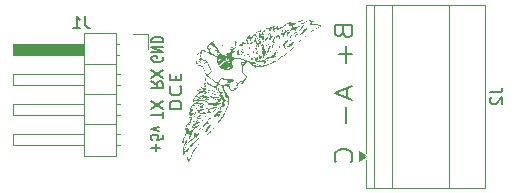
<source format=gbr>
%TF.GenerationSoftware,KiCad,Pcbnew,9.0.5*%
%TF.CreationDate,2026-02-01T07:55:35-08:00*%
%TF.ProjectId,autodir_sch,6175746f-6469-4725-9f73-63682e6b6963,A1*%
%TF.SameCoordinates,PX11a49a0PYbd83a0*%
%TF.FileFunction,Legend,Bot*%
%TF.FilePolarity,Positive*%
%FSLAX46Y46*%
G04 Gerber Fmt 4.6, Leading zero omitted, Abs format (unit mm)*
G04 Created by KiCad (PCBNEW 9.0.5) date 2026-02-01 07:55:35*
%MOMM*%
%LPD*%
G01*
G04 APERTURE LIST*
%ADD10C,0.150000*%
%ADD11C,0.200000*%
%ADD12C,0.000000*%
%ADD13C,0.120000*%
G04 APERTURE END LIST*
D10*
X6045180Y-6746666D02*
X6521371Y-7079999D01*
X6045180Y-7318094D02*
X7045180Y-7318094D01*
X7045180Y-7318094D02*
X7045180Y-6937142D01*
X7045180Y-6937142D02*
X6997561Y-6841904D01*
X6997561Y-6841904D02*
X6949942Y-6794285D01*
X6949942Y-6794285D02*
X6854704Y-6746666D01*
X6854704Y-6746666D02*
X6711847Y-6746666D01*
X6711847Y-6746666D02*
X6616609Y-6794285D01*
X6616609Y-6794285D02*
X6568990Y-6841904D01*
X6568990Y-6841904D02*
X6521371Y-6937142D01*
X6521371Y-6937142D02*
X6521371Y-7318094D01*
X7045180Y-6413332D02*
X6045180Y-5746666D01*
X7045180Y-5746666D02*
X6045180Y-6413332D01*
X6426133Y-12650475D02*
X6426133Y-12040952D01*
X6045180Y-12345713D02*
X6807085Y-12345713D01*
X7045180Y-11279047D02*
X7045180Y-11659999D01*
X7045180Y-11659999D02*
X6568990Y-11698095D01*
X6568990Y-11698095D02*
X6616609Y-11659999D01*
X6616609Y-11659999D02*
X6664228Y-11583809D01*
X6664228Y-11583809D02*
X6664228Y-11393333D01*
X6664228Y-11393333D02*
X6616609Y-11317142D01*
X6616609Y-11317142D02*
X6568990Y-11279047D01*
X6568990Y-11279047D02*
X6473752Y-11240952D01*
X6473752Y-11240952D02*
X6235657Y-11240952D01*
X6235657Y-11240952D02*
X6140419Y-11279047D01*
X6140419Y-11279047D02*
X6092800Y-11317142D01*
X6092800Y-11317142D02*
X6045180Y-11393333D01*
X6045180Y-11393333D02*
X6045180Y-11583809D01*
X6045180Y-11583809D02*
X6092800Y-11659999D01*
X6092800Y-11659999D02*
X6140419Y-11698095D01*
X6711847Y-10974285D02*
X6045180Y-10783809D01*
X6045180Y-10783809D02*
X6711847Y-10593332D01*
D11*
X7603780Y-9053142D02*
X8603780Y-9053142D01*
X8603780Y-9053142D02*
X8603780Y-8767428D01*
X8603780Y-8767428D02*
X8556161Y-8595999D01*
X8556161Y-8595999D02*
X8460923Y-8481714D01*
X8460923Y-8481714D02*
X8365685Y-8424571D01*
X8365685Y-8424571D02*
X8175209Y-8367428D01*
X8175209Y-8367428D02*
X8032352Y-8367428D01*
X8032352Y-8367428D02*
X7841876Y-8424571D01*
X7841876Y-8424571D02*
X7746638Y-8481714D01*
X7746638Y-8481714D02*
X7651400Y-8595999D01*
X7651400Y-8595999D02*
X7603780Y-8767428D01*
X7603780Y-8767428D02*
X7603780Y-9053142D01*
X7699019Y-7167428D02*
X7651400Y-7224571D01*
X7651400Y-7224571D02*
X7603780Y-7395999D01*
X7603780Y-7395999D02*
X7603780Y-7510285D01*
X7603780Y-7510285D02*
X7651400Y-7681714D01*
X7651400Y-7681714D02*
X7746638Y-7795999D01*
X7746638Y-7795999D02*
X7841876Y-7853142D01*
X7841876Y-7853142D02*
X8032352Y-7910285D01*
X8032352Y-7910285D02*
X8175209Y-7910285D01*
X8175209Y-7910285D02*
X8365685Y-7853142D01*
X8365685Y-7853142D02*
X8460923Y-7795999D01*
X8460923Y-7795999D02*
X8556161Y-7681714D01*
X8556161Y-7681714D02*
X8603780Y-7510285D01*
X8603780Y-7510285D02*
X8603780Y-7395999D01*
X8603780Y-7395999D02*
X8556161Y-7224571D01*
X8556161Y-7224571D02*
X8508542Y-7167428D01*
X8127590Y-6653142D02*
X8127590Y-6253142D01*
X7603780Y-6081714D02*
X7603780Y-6653142D01*
X7603780Y-6653142D02*
X8603780Y-6653142D01*
X8603780Y-6653142D02*
X8603780Y-6081714D01*
D10*
X7045180Y-9881904D02*
X7045180Y-9310476D01*
X6045180Y-9596190D02*
X7045180Y-9596190D01*
X7045180Y-9072380D02*
X6045180Y-8405714D01*
X7045180Y-8405714D02*
X6045180Y-9072380D01*
X7029561Y-4649523D02*
X7077180Y-4725713D01*
X7077180Y-4725713D02*
X7077180Y-4839999D01*
X7077180Y-4839999D02*
X7029561Y-4954285D01*
X7029561Y-4954285D02*
X6934323Y-5030475D01*
X6934323Y-5030475D02*
X6839085Y-5068570D01*
X6839085Y-5068570D02*
X6648609Y-5106666D01*
X6648609Y-5106666D02*
X6505752Y-5106666D01*
X6505752Y-5106666D02*
X6315276Y-5068570D01*
X6315276Y-5068570D02*
X6220038Y-5030475D01*
X6220038Y-5030475D02*
X6124800Y-4954285D01*
X6124800Y-4954285D02*
X6077180Y-4839999D01*
X6077180Y-4839999D02*
X6077180Y-4763808D01*
X6077180Y-4763808D02*
X6124800Y-4649523D01*
X6124800Y-4649523D02*
X6172419Y-4611427D01*
X6172419Y-4611427D02*
X6505752Y-4611427D01*
X6505752Y-4611427D02*
X6505752Y-4763808D01*
X6077180Y-4268570D02*
X7077180Y-4268570D01*
X7077180Y-4268570D02*
X6077180Y-3811427D01*
X6077180Y-3811427D02*
X7077180Y-3811427D01*
X6077180Y-3430475D02*
X7077180Y-3430475D01*
X7077180Y-3430475D02*
X7077180Y-3239999D01*
X7077180Y-3239999D02*
X7029561Y-3125713D01*
X7029561Y-3125713D02*
X6934323Y-3049523D01*
X6934323Y-3049523D02*
X6839085Y-3011428D01*
X6839085Y-3011428D02*
X6648609Y-2973332D01*
X6648609Y-2973332D02*
X6505752Y-2973332D01*
X6505752Y-2973332D02*
X6315276Y-3011428D01*
X6315276Y-3011428D02*
X6220038Y-3049523D01*
X6220038Y-3049523D02*
X6124800Y-3125713D01*
X6124800Y-3125713D02*
X6077180Y-3239999D01*
X6077180Y-3239999D02*
X6077180Y-3430475D01*
D11*
X22297814Y-2571428D02*
X22369242Y-2828571D01*
X22369242Y-2828571D02*
X22440671Y-2914285D01*
X22440671Y-2914285D02*
X22583528Y-2999999D01*
X22583528Y-2999999D02*
X22797814Y-2999999D01*
X22797814Y-2999999D02*
X22940671Y-2914285D01*
X22940671Y-2914285D02*
X23012100Y-2828571D01*
X23012100Y-2828571D02*
X23083528Y-2657142D01*
X23083528Y-2657142D02*
X23083528Y-1971428D01*
X23083528Y-1971428D02*
X21583528Y-1971428D01*
X21583528Y-1971428D02*
X21583528Y-2571428D01*
X21583528Y-2571428D02*
X21654957Y-2742857D01*
X21654957Y-2742857D02*
X21726385Y-2828571D01*
X21726385Y-2828571D02*
X21869242Y-2914285D01*
X21869242Y-2914285D02*
X22012100Y-2914285D01*
X22012100Y-2914285D02*
X22154957Y-2828571D01*
X22154957Y-2828571D02*
X22226385Y-2742857D01*
X22226385Y-2742857D02*
X22297814Y-2571428D01*
X22297814Y-2571428D02*
X22297814Y-1971428D01*
X22512100Y-3771428D02*
X22512100Y-5142857D01*
X23083528Y-4457142D02*
X21940671Y-4457142D01*
X22654957Y-7285714D02*
X22654957Y-8142857D01*
X23083528Y-7114285D02*
X21583528Y-7714285D01*
X21583528Y-7714285D02*
X23083528Y-8314285D01*
X22512100Y-8914285D02*
X22512100Y-10285714D01*
X22940671Y-13542856D02*
X23012100Y-13457142D01*
X23012100Y-13457142D02*
X23083528Y-13199999D01*
X23083528Y-13199999D02*
X23083528Y-13028571D01*
X23083528Y-13028571D02*
X23012100Y-12771428D01*
X23012100Y-12771428D02*
X22869242Y-12599999D01*
X22869242Y-12599999D02*
X22726385Y-12514285D01*
X22726385Y-12514285D02*
X22440671Y-12428571D01*
X22440671Y-12428571D02*
X22226385Y-12428571D01*
X22226385Y-12428571D02*
X21940671Y-12514285D01*
X21940671Y-12514285D02*
X21797814Y-12599999D01*
X21797814Y-12599999D02*
X21654957Y-12771428D01*
X21654957Y-12771428D02*
X21583528Y-13028571D01*
X21583528Y-13028571D02*
X21583528Y-13199999D01*
X21583528Y-13199999D02*
X21654957Y-13457142D01*
X21654957Y-13457142D02*
X21726385Y-13542856D01*
D10*
X448333Y-1224819D02*
X448333Y-1939104D01*
X448333Y-1939104D02*
X495952Y-2081961D01*
X495952Y-2081961D02*
X591190Y-2177200D01*
X591190Y-2177200D02*
X734047Y-2224819D01*
X734047Y-2224819D02*
X829285Y-2224819D01*
X-551667Y-2224819D02*
X19761Y-2224819D01*
X-265953Y-2224819D02*
X-265953Y-1224819D01*
X-265953Y-1224819D02*
X-170715Y-1367676D01*
X-170715Y-1367676D02*
X-75477Y-1462914D01*
X-75477Y-1462914D02*
X19761Y-1510533D01*
X34774819Y-7666666D02*
X35489104Y-7666666D01*
X35489104Y-7666666D02*
X35631961Y-7619047D01*
X35631961Y-7619047D02*
X35727200Y-7523809D01*
X35727200Y-7523809D02*
X35774819Y-7380952D01*
X35774819Y-7380952D02*
X35774819Y-7285714D01*
X34870057Y-8095238D02*
X34822438Y-8142857D01*
X34822438Y-8142857D02*
X34774819Y-8238095D01*
X34774819Y-8238095D02*
X34774819Y-8476190D01*
X34774819Y-8476190D02*
X34822438Y-8571428D01*
X34822438Y-8571428D02*
X34870057Y-8619047D01*
X34870057Y-8619047D02*
X34965295Y-8666666D01*
X34965295Y-8666666D02*
X35060533Y-8666666D01*
X35060533Y-8666666D02*
X35203390Y-8619047D01*
X35203390Y-8619047D02*
X35774819Y-8047619D01*
X35774819Y-8047619D02*
X35774819Y-8666666D01*
D12*
%TO.C,G\u002A\u002A\u002A*%
G36*
X15979483Y-4615836D02*
G01*
X15958671Y-4615836D01*
X15958671Y-4595024D01*
X15979483Y-4595024D01*
X15979483Y-4615836D01*
G37*
G36*
X16041918Y-4969635D02*
G01*
X16021106Y-4969635D01*
X16021106Y-4948823D01*
X16041918Y-4948823D01*
X16041918Y-4969635D01*
G37*
G36*
X12066880Y-3554439D02*
G01*
X12066880Y-3575250D01*
X12046069Y-3575250D01*
X12046068Y-3554438D01*
X12066880Y-3554439D01*
G37*
G36*
X10048143Y-4553400D02*
G01*
X10027332Y-4553400D01*
X10027332Y-4532589D01*
X10048143Y-4532589D01*
X10048143Y-4553400D01*
G37*
G36*
X9902462Y-4823953D02*
G01*
X9881649Y-4823953D01*
X9881650Y-4803141D01*
X9902462Y-4803141D01*
X9902462Y-4823953D01*
G37*
G36*
X12358244Y-8341134D02*
G01*
X12358244Y-8361945D01*
X12337433Y-8361945D01*
X12337432Y-8341133D01*
X12358244Y-8341134D01*
G37*
G36*
X10755742Y-8715744D02*
G01*
X10734930Y-8715744D01*
X10734930Y-8694932D01*
X10755742Y-8694932D01*
X10755742Y-8715744D01*
G37*
G36*
X9631908Y-9090355D02*
G01*
X9611097Y-9090355D01*
X9611097Y-9069543D01*
X9631908Y-9069543D01*
X9631908Y-9090355D01*
G37*
G36*
X9382168Y-10796916D02*
G01*
X9361357Y-10796916D01*
X9361357Y-10776105D01*
X9382168Y-10776105D01*
X9382168Y-10796916D01*
G37*
G36*
X9111616Y-10567987D02*
G01*
X9090804Y-10567987D01*
X9090804Y-10547175D01*
X9111616Y-10547175D01*
X9111616Y-10567987D01*
G37*
G36*
X9028369Y-11358832D02*
G01*
X9007558Y-11358832D01*
X9007558Y-11338020D01*
X9028369Y-11338020D01*
X9028369Y-11358832D01*
G37*
G36*
X9257298Y-12503477D02*
G01*
X9236487Y-12503477D01*
X9236487Y-12482665D01*
X9257298Y-12482665D01*
X9257298Y-12503477D01*
G37*
G36*
X17287153Y-2253706D02*
G01*
X17286593Y-2259247D01*
X17259404Y-2281455D01*
X17249887Y-2278451D01*
X17259403Y-2253706D01*
X17271924Y-2244190D01*
X17287153Y-2253706D01*
G37*
G36*
X16974977Y-4353088D02*
G01*
X16971738Y-4364575D01*
X16936730Y-4394620D01*
X16919606Y-4396762D01*
X16936730Y-4369472D01*
X16959310Y-4349835D01*
X16974977Y-4353088D01*
G37*
G36*
X15198981Y-4364186D02*
G01*
X15238841Y-4409544D01*
X15235145Y-4420301D01*
X15202330Y-4394027D01*
X15176601Y-4362496D01*
X15186812Y-4357515D01*
X15198981Y-4364186D01*
G37*
G36*
X14517798Y-3766584D02*
G01*
X14540006Y-3793773D01*
X14537001Y-3803289D01*
X14512256Y-3793773D01*
X14502741Y-3781253D01*
X14512257Y-3766024D01*
X14517798Y-3766584D01*
G37*
G36*
X13395361Y-4022702D02*
G01*
X13394802Y-4028243D01*
X13367612Y-4050451D01*
X13358096Y-4047447D01*
X13367612Y-4022702D01*
X13380132Y-4013186D01*
X13395361Y-4022702D01*
G37*
G36*
X12977731Y-4599052D02*
G01*
X12999939Y-4626241D01*
X12996935Y-4635758D01*
X12972190Y-4626242D01*
X12962673Y-4613722D01*
X12972190Y-4598492D01*
X12977731Y-4599052D01*
G37*
G36*
X11480683Y-3981079D02*
G01*
X11480124Y-3986619D01*
X11452934Y-4008828D01*
X11443418Y-4005823D01*
X11452935Y-3981079D01*
X11465454Y-3971563D01*
X11480683Y-3981079D01*
G37*
G36*
X11189320Y-3814585D02*
G01*
X11188760Y-3820125D01*
X11161571Y-3842334D01*
X11152054Y-3839330D01*
X11161570Y-3814585D01*
X11174090Y-3805068D01*
X11189320Y-3814585D01*
G37*
G36*
X11355813Y-4105949D02*
G01*
X11355253Y-4111490D01*
X11328064Y-4133698D01*
X11318548Y-4130693D01*
X11328065Y-4105949D01*
X11340584Y-4096433D01*
X11355813Y-4105949D01*
G37*
G36*
X11168507Y-3960266D02*
G01*
X11167948Y-3965808D01*
X11140758Y-3988015D01*
X11131243Y-3985012D01*
X11140758Y-3960267D01*
X11153278Y-3950751D01*
X11168507Y-3960266D01*
G37*
G36*
X11085260Y-3916042D02*
G01*
X11082022Y-3927529D01*
X11047014Y-3957574D01*
X11029890Y-3959716D01*
X11047014Y-3932427D01*
X11069594Y-3912790D01*
X11085260Y-3916042D01*
G37*
G36*
X10460909Y-5042476D02*
G01*
X10460350Y-5048017D01*
X10433160Y-5070224D01*
X10423645Y-5067221D01*
X10433160Y-5042476D01*
X10445680Y-5032960D01*
X10460909Y-5042476D01*
G37*
G36*
X10252792Y-5125723D02*
G01*
X10252232Y-5131264D01*
X10225043Y-5153472D01*
X10215528Y-5150468D01*
X10225043Y-5125722D01*
X10237562Y-5116207D01*
X10252792Y-5125723D01*
G37*
G36*
X12500458Y-8205857D02*
G01*
X12499897Y-8211398D01*
X12472709Y-8233606D01*
X12463192Y-8230602D01*
X12472708Y-8205857D01*
X12485228Y-8196341D01*
X12500458Y-8205857D01*
G37*
G36*
X12521269Y-8309916D02*
G01*
X12520710Y-8315456D01*
X12493521Y-8337665D01*
X12484005Y-8334661D01*
X12493520Y-8309916D01*
X12506039Y-8300400D01*
X12521269Y-8309916D01*
G37*
G36*
X11000618Y-7783245D02*
G01*
X11022825Y-7810434D01*
X11019822Y-7819950D01*
X10995077Y-7810434D01*
X10985560Y-7797914D01*
X10995076Y-7782685D01*
X11000618Y-7783245D01*
G37*
G36*
X11108021Y-8264594D02*
G01*
X11138066Y-8299601D01*
X11140208Y-8316726D01*
X11112919Y-8299601D01*
X11093282Y-8277021D01*
X11096534Y-8261355D01*
X11108021Y-8264594D01*
G37*
G36*
X11263803Y-9900186D02*
G01*
X11257131Y-9912355D01*
X11211774Y-9952216D01*
X11201017Y-9948520D01*
X11227291Y-9915704D01*
X11258822Y-9889976D01*
X11263803Y-9900186D01*
G37*
G36*
X9857369Y-8684527D02*
G01*
X9856809Y-8690067D01*
X9829620Y-8712276D01*
X9820104Y-8709272D01*
X9829620Y-8684527D01*
X9842140Y-8675010D01*
X9857369Y-8684527D01*
G37*
G36*
X11293377Y-10203782D02*
G01*
X11292818Y-10209322D01*
X11265629Y-10231531D01*
X11256113Y-10228527D01*
X11265628Y-10203782D01*
X11278149Y-10194267D01*
X11293377Y-10203782D01*
G37*
G36*
X10202405Y-11419442D02*
G01*
X10195734Y-11431611D01*
X10150376Y-11471471D01*
X10139620Y-11467775D01*
X10165894Y-11434959D01*
X10197424Y-11409231D01*
X10202405Y-11419442D01*
G37*
G36*
X9898993Y-11470696D02*
G01*
X9895754Y-11482182D01*
X9860747Y-11512227D01*
X9843622Y-11514369D01*
X9860747Y-11487079D01*
X9883327Y-11467442D01*
X9898993Y-11470696D01*
G37*
G36*
X9316264Y-12677775D02*
G01*
X9313025Y-12689262D01*
X9278018Y-12719308D01*
X9260894Y-12721449D01*
X9278018Y-12694160D01*
X9300599Y-12674523D01*
X9316264Y-12677775D01*
G37*
G36*
X17332794Y-3364806D02*
G01*
X17328117Y-3375138D01*
X17291170Y-3388075D01*
X17278197Y-3379224D01*
X17289393Y-3347549D01*
X17300308Y-3337449D01*
X17331156Y-3326262D01*
X17332794Y-3364806D01*
G37*
G36*
X16043511Y-3289199D02*
G01*
X16040689Y-3330712D01*
X16034123Y-3347406D01*
X16022334Y-3330712D01*
X16020863Y-3323711D01*
X16022259Y-3283981D01*
X16040689Y-3282657D01*
X16043511Y-3289199D01*
G37*
G36*
X16773258Y-4285177D02*
G01*
X16783798Y-4307119D01*
X16741407Y-4338017D01*
X16715338Y-4343488D01*
X16686752Y-4323074D01*
X16688854Y-4300588D01*
X16733016Y-4282447D01*
X16773258Y-4285177D01*
G37*
G36*
X15358232Y-3649641D02*
G01*
X15380138Y-3666446D01*
X15392298Y-3700307D01*
X15368307Y-3717463D01*
X15356255Y-3713064D01*
X15333253Y-3674789D01*
X15331104Y-3645438D01*
X15358232Y-3649641D01*
G37*
G36*
X14564445Y-4473683D02*
G01*
X14563058Y-4516980D01*
X14556491Y-4533675D01*
X14544703Y-4516981D01*
X14541882Y-4501310D01*
X14544703Y-4468926D01*
X14547815Y-4466218D01*
X14564445Y-4473683D01*
G37*
G36*
X14253703Y-4288161D02*
G01*
X14250882Y-4329674D01*
X14244315Y-4346368D01*
X14232527Y-4329674D01*
X14231055Y-4322673D01*
X14232451Y-4282942D01*
X14250882Y-4281619D01*
X14253703Y-4288161D01*
G37*
G36*
X9968001Y-4625090D02*
G01*
X9980175Y-4653180D01*
X9945776Y-4677871D01*
X9931250Y-4678548D01*
X9901219Y-4652199D01*
X9901359Y-4633752D01*
X9937683Y-4617917D01*
X9968001Y-4625090D01*
G37*
G36*
X11983792Y-7387323D02*
G01*
X11982404Y-7430620D01*
X11975838Y-7447315D01*
X11964049Y-7430620D01*
X11961229Y-7414951D01*
X11964050Y-7382566D01*
X11967162Y-7379859D01*
X11983792Y-7387323D01*
G37*
G36*
X11740958Y-7099496D02*
G01*
X11743735Y-7135472D01*
X11725686Y-7198688D01*
X11692944Y-7280410D01*
X11700114Y-7189317D01*
X11708106Y-7117391D01*
X11720304Y-7089032D01*
X11740958Y-7099496D01*
G37*
G36*
X11138358Y-8137142D02*
G01*
X11151294Y-8174090D01*
X11142443Y-8187064D01*
X11110769Y-8175867D01*
X11100668Y-8164953D01*
X11089481Y-8134104D01*
X11128025Y-8132466D01*
X11138358Y-8137142D01*
G37*
G36*
X11557734Y-9930466D02*
G01*
X11534797Y-9950496D01*
X11511616Y-9959262D01*
X11481925Y-9962220D01*
X11479941Y-9948699D01*
X11506690Y-9927740D01*
X11546201Y-9922732D01*
X11557734Y-9930466D01*
G37*
G36*
X19413416Y-2055994D02*
G01*
X19412880Y-2076307D01*
X19385855Y-2124542D01*
X19381051Y-2129204D01*
X19358047Y-2143689D01*
X19361387Y-2108023D01*
X19374950Y-2063802D01*
X19396711Y-2035931D01*
X19413416Y-2055994D01*
G37*
G36*
X17862944Y-3231856D02*
G01*
X17867321Y-3237355D01*
X17864171Y-3272252D01*
X17857539Y-3277297D01*
X17810914Y-3283886D01*
X17798234Y-3275122D01*
X17809685Y-3243490D01*
X17827738Y-3230531D01*
X17862944Y-3231856D01*
G37*
G36*
X16529094Y-2481584D02*
G01*
X16544868Y-2523127D01*
X16536868Y-2544798D01*
X16504114Y-2556046D01*
X16478415Y-2532337D01*
X16477257Y-2524839D01*
X16490598Y-2481407D01*
X16497154Y-2476297D01*
X16529094Y-2481584D01*
G37*
G36*
X16251187Y-2246367D02*
G01*
X16250035Y-2284923D01*
X16245225Y-2296237D01*
X16220046Y-2296557D01*
X16214805Y-2289717D01*
X16218817Y-2253706D01*
X16223766Y-2249235D01*
X16248807Y-2242072D01*
X16251187Y-2246367D01*
G37*
G36*
X16358322Y-2563204D02*
G01*
X16372597Y-2601804D01*
X16373414Y-2656271D01*
X16358726Y-2696526D01*
X16342621Y-2688869D01*
X16333270Y-2638479D01*
X16335984Y-2584251D01*
X16349364Y-2558945D01*
X16358322Y-2563204D01*
G37*
G36*
X16716737Y-3489650D02*
G01*
X16703454Y-3510568D01*
X16655073Y-3552855D01*
X16650465Y-3555404D01*
X16641050Y-3552151D01*
X16670327Y-3516872D01*
X16675227Y-3511915D01*
X16710597Y-3482125D01*
X16716737Y-3489650D01*
G37*
G36*
X15772156Y-2859652D02*
G01*
X15745032Y-2893347D01*
X15711459Y-2918175D01*
X15677713Y-2919681D01*
X15671387Y-2912067D01*
X15677715Y-2880948D01*
X15740149Y-2857245D01*
X15752438Y-2854887D01*
X15772156Y-2859652D01*
G37*
G36*
X16776440Y-4567462D02*
G01*
X16755702Y-4583432D01*
X16707893Y-4595024D01*
X16688263Y-4583996D01*
X16703407Y-4562741D01*
X16759922Y-4542995D01*
X16766848Y-4541544D01*
X16796363Y-4540804D01*
X16776440Y-4567462D01*
G37*
G36*
X15563248Y-3325509D02*
G01*
X15564672Y-3335453D01*
X15551614Y-3378766D01*
X15546372Y-3382817D01*
X15511219Y-3377538D01*
X15505244Y-3363622D01*
X15522853Y-3324281D01*
X15540713Y-3312410D01*
X15563248Y-3325509D01*
G37*
G36*
X15126202Y-3242263D02*
G01*
X15138215Y-3258971D01*
X15136608Y-3294292D01*
X15123513Y-3300343D01*
X15084579Y-3283886D01*
X15072566Y-3267176D01*
X15074173Y-3231856D01*
X15087269Y-3225804D01*
X15126202Y-3242263D01*
G37*
G36*
X15863790Y-4396084D02*
G01*
X15875156Y-4420007D01*
X15870118Y-4464724D01*
X15844206Y-4487497D01*
X15835925Y-4485230D01*
X15813518Y-4451582D01*
X15812556Y-4423700D01*
X15832374Y-4390857D01*
X15863790Y-4396084D01*
G37*
G36*
X15008419Y-3692398D02*
G01*
X15031165Y-3716475D01*
X15031360Y-3776887D01*
X15008968Y-3827321D01*
X14977507Y-3835628D01*
X14939967Y-3785433D01*
X14928376Y-3727519D01*
X14954694Y-3689852D01*
X15008419Y-3692398D01*
G37*
G36*
X16125165Y-5052882D02*
G01*
X16126589Y-5062825D01*
X16113531Y-5106139D01*
X16108289Y-5110190D01*
X16073136Y-5104911D01*
X16067161Y-5090994D01*
X16084770Y-5051654D01*
X16102630Y-5039783D01*
X16125165Y-5052882D01*
G37*
G36*
X14397792Y-3367132D02*
G01*
X14399216Y-3377076D01*
X14386159Y-3420390D01*
X14380916Y-3424441D01*
X14345763Y-3419161D01*
X14339788Y-3405245D01*
X14357397Y-3365904D01*
X14375258Y-3354034D01*
X14397792Y-3367132D01*
G37*
G36*
X14190827Y-4098610D02*
G01*
X14189675Y-4137166D01*
X14184865Y-4148480D01*
X14159686Y-4148800D01*
X14154445Y-4141959D01*
X14158457Y-4105949D01*
X14163406Y-4101477D01*
X14188447Y-4094315D01*
X14190827Y-4098610D01*
G37*
G36*
X14482267Y-4554629D02*
G01*
X14493344Y-4569995D01*
X14491445Y-4605430D01*
X14470753Y-4609379D01*
X14427782Y-4583390D01*
X14408595Y-4555342D01*
X14418604Y-4532589D01*
X14434151Y-4531879D01*
X14482267Y-4554629D01*
G37*
G36*
X13669382Y-3762556D02*
G01*
X13680696Y-3767365D01*
X13681016Y-3792545D01*
X13674176Y-3797786D01*
X13638165Y-3793773D01*
X13633693Y-3788825D01*
X13626531Y-3763784D01*
X13630826Y-3761403D01*
X13669382Y-3762556D01*
G37*
G36*
X14051085Y-4127088D02*
G01*
X14079373Y-4168383D01*
X14087843Y-4195272D01*
X14080189Y-4216944D01*
X14066037Y-4209680D01*
X14037749Y-4168384D01*
X14029280Y-4141496D01*
X14036934Y-4119823D01*
X14051085Y-4127088D01*
G37*
G36*
X13829705Y-3989932D02*
G01*
X13836031Y-4052251D01*
X13824391Y-4090060D01*
X13782651Y-4117066D01*
X13730589Y-4094315D01*
X13721811Y-4064014D01*
X13752628Y-4012296D01*
X13796972Y-3979828D01*
X13829705Y-3989932D01*
G37*
G36*
X13927264Y-4126686D02*
G01*
X13937853Y-4169078D01*
X13934645Y-4194005D01*
X13916348Y-4196827D01*
X13913160Y-4193332D01*
X13894842Y-4147572D01*
X13895248Y-4142211D01*
X13916348Y-4119823D01*
X13927264Y-4126686D01*
G37*
G36*
X14379919Y-4606266D02*
G01*
X14398655Y-4619352D01*
X14429290Y-4671359D01*
X14431036Y-4680858D01*
X14422068Y-4694720D01*
X14382502Y-4662343D01*
X14343376Y-4618567D01*
X14338534Y-4595329D01*
X14379919Y-4606266D01*
G37*
G36*
X14314546Y-4823953D02*
G01*
X14325859Y-4828762D01*
X14326180Y-4853942D01*
X14319339Y-4859184D01*
X14283328Y-4855171D01*
X14278857Y-4850222D01*
X14271694Y-4825181D01*
X14275990Y-4822801D01*
X14314546Y-4823953D01*
G37*
G36*
X14056673Y-4562165D02*
G01*
X14045221Y-4593796D01*
X14027168Y-4606755D01*
X13991964Y-4605430D01*
X13987587Y-4599932D01*
X13990736Y-4565035D01*
X13997368Y-4559990D01*
X14043993Y-4553401D01*
X14056673Y-4562165D01*
G37*
G36*
X13958665Y-4522184D02*
G01*
X13951296Y-4558069D01*
X13908717Y-4572131D01*
X13898852Y-4571827D01*
X13879834Y-4559459D01*
X13908717Y-4522183D01*
X13918886Y-4512318D01*
X13950271Y-4493300D01*
X13958665Y-4522184D01*
G37*
G36*
X13161445Y-4536236D02*
G01*
X13207149Y-4557776D01*
X13234925Y-4580099D01*
X13240793Y-4607379D01*
X13222044Y-4610541D01*
X13180307Y-4584618D01*
X13157681Y-4559024D01*
X13146662Y-4535016D01*
X13161445Y-4536236D01*
G37*
G36*
X11692269Y-4407718D02*
G01*
X11693693Y-4417662D01*
X11680635Y-4460976D01*
X11675393Y-4465027D01*
X11640240Y-4459748D01*
X11634264Y-4445831D01*
X11651874Y-4406490D01*
X11669734Y-4394619D01*
X11692269Y-4407718D01*
G37*
G36*
X11711852Y-7528248D02*
G01*
X11722930Y-7542650D01*
X11733892Y-7591911D01*
X11719880Y-7603499D01*
X11683092Y-7582733D01*
X11661789Y-7553299D01*
X11661052Y-7519070D01*
X11673318Y-7512986D01*
X11711852Y-7528248D01*
G37*
G36*
X11255243Y-7493356D02*
G01*
X11306120Y-7550935D01*
X11313639Y-7563897D01*
X11302824Y-7562482D01*
X11260472Y-7524228D01*
X11238693Y-7501912D01*
X11211963Y-7468869D01*
X11222453Y-7468108D01*
X11255243Y-7493356D01*
G37*
G36*
X11348875Y-8164233D02*
G01*
X11353245Y-8169812D01*
X11348876Y-8205857D01*
X11343296Y-8210226D01*
X11307252Y-8205857D01*
X11302882Y-8200277D01*
X11307252Y-8164233D01*
X11312832Y-8159864D01*
X11348875Y-8164233D01*
G37*
G36*
X12265820Y-9122801D02*
G01*
X12271304Y-9135311D01*
X12254185Y-9173602D01*
X12245287Y-9181292D01*
X12205832Y-9186387D01*
X12188281Y-9143516D01*
X12191673Y-9129578D01*
X12224873Y-9109395D01*
X12265820Y-9122801D01*
G37*
G36*
X11754705Y-9007108D02*
G01*
X11766018Y-9011918D01*
X11766339Y-9037097D01*
X11759497Y-9042339D01*
X11723486Y-9038326D01*
X11719015Y-9033377D01*
X11711852Y-9008337D01*
X11716149Y-9005955D01*
X11754705Y-9007108D01*
G37*
G36*
X10443566Y-8174640D02*
G01*
X10455579Y-8191348D01*
X10453972Y-8226669D01*
X10440875Y-8232721D01*
X10401943Y-8216263D01*
X10389929Y-8199554D01*
X10391537Y-8164234D01*
X10404633Y-8158181D01*
X10443566Y-8174640D01*
G37*
G36*
X10725294Y-9647659D02*
G01*
X10693307Y-9693895D01*
X10653921Y-9722947D01*
X10620466Y-9725113D01*
X10619695Y-9698507D01*
X10651683Y-9652271D01*
X10691070Y-9623219D01*
X10724524Y-9621054D01*
X10725294Y-9647659D01*
G37*
G36*
X10419241Y-10044354D02*
G01*
X10386015Y-10083796D01*
X10341241Y-10117587D01*
X10308290Y-10120535D01*
X10300856Y-10097967D01*
X10329126Y-10062796D01*
X10391536Y-10037288D01*
X10407378Y-10034688D01*
X10419241Y-10044354D01*
G37*
G36*
X9735968Y-9693895D02*
G01*
X9748657Y-9703250D01*
X9735968Y-9735518D01*
X9716918Y-9748207D01*
X9694344Y-9735518D01*
X9692314Y-9724956D01*
X9694345Y-9693895D01*
X9698334Y-9691864D01*
X9735968Y-9693895D01*
G37*
G36*
X10451616Y-10740512D02*
G01*
X10464508Y-10775555D01*
X10444805Y-10806070D01*
X10406605Y-10817909D01*
X10380581Y-10794589D01*
X10379383Y-10787007D01*
X10391537Y-10744887D01*
X10412655Y-10732871D01*
X10451616Y-10740512D01*
G37*
G36*
X9457283Y-10243764D02*
G01*
X9445832Y-10275395D01*
X9427779Y-10288353D01*
X9392574Y-10287029D01*
X9388197Y-10281530D01*
X9391346Y-10246634D01*
X9397979Y-10241588D01*
X9444604Y-10234999D01*
X9457283Y-10243764D01*
G37*
G36*
X9621503Y-11223556D02*
G01*
X9625873Y-11229135D01*
X9621503Y-11265179D01*
X9615924Y-11269549D01*
X9579880Y-11265179D01*
X9575510Y-11259600D01*
X9579880Y-11223556D01*
X9585459Y-11219186D01*
X9621503Y-11223556D01*
G37*
G36*
X9059587Y-12076837D02*
G01*
X9064444Y-12083388D01*
X9058359Y-12119688D01*
X9049197Y-12125582D01*
X9028369Y-12108054D01*
X9026413Y-12097554D01*
X9029598Y-12065203D01*
X9032215Y-12063667D01*
X9059587Y-12076837D01*
G37*
G36*
X8969212Y-12237237D02*
G01*
X8978295Y-12265948D01*
X8968316Y-12315105D01*
X8944142Y-12356814D01*
X8932524Y-12352351D01*
X8932750Y-12306837D01*
X8944370Y-12261528D01*
X8965159Y-12236393D01*
X8969212Y-12237237D01*
G37*
G36*
X17663463Y-2375781D02*
G01*
X17683783Y-2422648D01*
X17665885Y-2471576D01*
X17635117Y-2482470D01*
X17581985Y-2451417D01*
X17551892Y-2415475D01*
X17552583Y-2380493D01*
X17609250Y-2358153D01*
X17617863Y-2356886D01*
X17663463Y-2375781D01*
G37*
G36*
X15847325Y-3618354D02*
G01*
X15854607Y-3679149D01*
X15851953Y-3740168D01*
X15839009Y-3776913D01*
X15823217Y-3765077D01*
X15813001Y-3700364D01*
X15815749Y-3642191D01*
X15830248Y-3599614D01*
X15833400Y-3597590D01*
X15847325Y-3618354D01*
G37*
G36*
X14637127Y-3918644D02*
G01*
X14647947Y-3921294D01*
X14700436Y-3944911D01*
X14725608Y-3972806D01*
X14709968Y-3991484D01*
X14681230Y-3987237D01*
X14631015Y-3953517D01*
X14620762Y-3942850D01*
X14605200Y-3917285D01*
X14637127Y-3918644D01*
G37*
G36*
X11867619Y-3208825D02*
G01*
X11908752Y-3238182D01*
X11909864Y-3241099D01*
X11891173Y-3255940D01*
X11834163Y-3251735D01*
X11827161Y-3250207D01*
X11773712Y-3231895D01*
X11762082Y-3214073D01*
X11805910Y-3199536D01*
X11867619Y-3208825D01*
G37*
G36*
X11506758Y-8247516D02*
G01*
X11549195Y-8289716D01*
X11588211Y-8361945D01*
X11596633Y-8390551D01*
X11581321Y-8388575D01*
X11532441Y-8344873D01*
X11518374Y-8330647D01*
X11479079Y-8278871D01*
X11473746Y-8247481D01*
X11506758Y-8247516D01*
G37*
G36*
X18705818Y-3263074D02*
G01*
X18691789Y-3293238D01*
X18648651Y-3356577D01*
X18603416Y-3396434D01*
X18570541Y-3398350D01*
X18568248Y-3389758D01*
X18589109Y-3348014D01*
X18639642Y-3290551D01*
X18689099Y-3245405D01*
X18712057Y-3234387D01*
X18705818Y-3263074D01*
G37*
G36*
X17499422Y-3887601D02*
G01*
X17505141Y-3911177D01*
X17469977Y-3957810D01*
X17416820Y-3999097D01*
X17373868Y-4012296D01*
X17373183Y-4012121D01*
X17367465Y-3988545D01*
X17402629Y-3941911D01*
X17455787Y-3900625D01*
X17498738Y-3887426D01*
X17499422Y-3887601D01*
G37*
G36*
X16235350Y-4174136D02*
G01*
X16211714Y-4210587D01*
X16144195Y-4281067D01*
X16139020Y-4286136D01*
X16072129Y-4347861D01*
X16040717Y-4366978D01*
X16041918Y-4345284D01*
X16076297Y-4282647D01*
X16145222Y-4207885D01*
X16218817Y-4168384D01*
X16235350Y-4174136D01*
G37*
G36*
X11618622Y-7612809D02*
G01*
X11676426Y-7662241D01*
X11714925Y-7704496D01*
X11723746Y-7724906D01*
X11692269Y-7716782D01*
X11651121Y-7695875D01*
X11583242Y-7646453D01*
X11558830Y-7614103D01*
X11567399Y-7591912D01*
X11573002Y-7591579D01*
X11618622Y-7612809D01*
G37*
G36*
X11399564Y-7542126D02*
G01*
X11458150Y-7570841D01*
X11495323Y-7610289D01*
X11494558Y-7643941D01*
X11492783Y-7645326D01*
X11457838Y-7637446D01*
X11406427Y-7596796D01*
X11381916Y-7570848D01*
X11364516Y-7541536D01*
X11390499Y-7539882D01*
X11399564Y-7542126D01*
G37*
G36*
X10537219Y-8601280D02*
G01*
X10541696Y-8606209D01*
X10549327Y-8630795D01*
X10542405Y-8641017D01*
X10520190Y-8685378D01*
X10501136Y-8710327D01*
X10479092Y-8684853D01*
X10475420Y-8674276D01*
X10478906Y-8626759D01*
X10504404Y-8595384D01*
X10537219Y-8601280D01*
G37*
G36*
X11183289Y-10301623D02*
G01*
X11189310Y-10322718D01*
X11184422Y-10328667D01*
X11152972Y-10373814D01*
X11108700Y-10442276D01*
X11044432Y-10544502D01*
X11053277Y-10455083D01*
X11075516Y-10370150D01*
X11118823Y-10311598D01*
X11171976Y-10297434D01*
X11183289Y-10301623D01*
G37*
G36*
X9688920Y-10087271D02*
G01*
X9741774Y-10097163D01*
X9739035Y-10122243D01*
X9680853Y-10159024D01*
X9674916Y-10161808D01*
X9617198Y-10179021D01*
X9589512Y-10169284D01*
X9588753Y-10149303D01*
X9619767Y-10105443D01*
X9683938Y-10087236D01*
X9688920Y-10087271D01*
G37*
G36*
X12550103Y-4799757D02*
G01*
X12575537Y-4851108D01*
X12584581Y-4898161D01*
X12578583Y-4936601D01*
X12537015Y-4951450D01*
X12477280Y-4937196D01*
X12435590Y-4897565D01*
X12429302Y-4879148D01*
X12442331Y-4825775D01*
X12508950Y-4793461D01*
X12510428Y-4793140D01*
X12550103Y-4799757D01*
G37*
G36*
X10893596Y-8867691D02*
G01*
X10955610Y-8877990D01*
X10981202Y-8895095D01*
X10970513Y-8902401D01*
X10916199Y-8911349D01*
X10831357Y-8914843D01*
X10776073Y-8912952D01*
X10718841Y-8902492D01*
X10711575Y-8884781D01*
X10748851Y-8870895D01*
X10817296Y-8865043D01*
X10893596Y-8867691D01*
G37*
G36*
X17950858Y-2797869D02*
G01*
X17934823Y-2840911D01*
X17900711Y-2903806D01*
X17852675Y-2975848D01*
X17847801Y-2982430D01*
X17798003Y-3040207D01*
X17775693Y-3048931D01*
X17783784Y-3012812D01*
X17825184Y-2936064D01*
X17873947Y-2863460D01*
X17917736Y-2807979D01*
X17944670Y-2785388D01*
X17950858Y-2797869D01*
G37*
G36*
X9946512Y-9009535D02*
G01*
X9959553Y-9042598D01*
X9920781Y-9077457D01*
X9870061Y-9112214D01*
X9802662Y-9169912D01*
X9758894Y-9201771D01*
X9735967Y-9194413D01*
X9737289Y-9181797D01*
X9765934Y-9131444D01*
X9820442Y-9068315D01*
X9868094Y-9024156D01*
X9914507Y-8997863D01*
X9946512Y-9009535D01*
G37*
G36*
X19189652Y-2842651D02*
G01*
X19149673Y-2894793D01*
X19085834Y-2959055D01*
X19010177Y-3023395D01*
X18934747Y-3075768D01*
X18911650Y-3087675D01*
X18906585Y-3079935D01*
X18940444Y-3037882D01*
X19015253Y-2958563D01*
X19023262Y-2950349D01*
X19105101Y-2871954D01*
X19165085Y-2824837D01*
X19194893Y-2815622D01*
X19189652Y-2842651D01*
G37*
G36*
X18416085Y-2509929D02*
G01*
X18396119Y-2563504D01*
X18382097Y-2592996D01*
X18336403Y-2643216D01*
X18254521Y-2682739D01*
X18144640Y-2724077D01*
X18177462Y-2620956D01*
X18210632Y-2541150D01*
X18246875Y-2511935D01*
X18289364Y-2534445D01*
X18319117Y-2543748D01*
X18372870Y-2524298D01*
X18407881Y-2501501D01*
X18416085Y-2509929D01*
G37*
G36*
X16142236Y-2575736D02*
G01*
X16138674Y-2601162D01*
X16100746Y-2647621D01*
X16048859Y-2708325D01*
X16014054Y-2766947D01*
X15993363Y-2799444D01*
X15960897Y-2786631D01*
X15949195Y-2765520D01*
X15963536Y-2724576D01*
X16019878Y-2660762D01*
X16046326Y-2635635D01*
X16104165Y-2589963D01*
X16140014Y-2574880D01*
X16142236Y-2575736D01*
G37*
G36*
X16057964Y-3444809D02*
G01*
X16062730Y-3492003D01*
X16061875Y-3510909D01*
X16041538Y-3574199D01*
X16004298Y-3633261D01*
X15962758Y-3671163D01*
X15929521Y-3670970D01*
X15926972Y-3665440D01*
X15935880Y-3620764D01*
X15968092Y-3553454D01*
X15970508Y-3549293D01*
X16018693Y-3469013D01*
X16045566Y-3435666D01*
X16057964Y-3444809D01*
G37*
G36*
X14719615Y-4176433D02*
G01*
X14745123Y-4228959D01*
X14763295Y-4304700D01*
X14769230Y-4377722D01*
X14758032Y-4422090D01*
X14744971Y-4428660D01*
X14729480Y-4398612D01*
X14729088Y-4396002D01*
X14717450Y-4334285D01*
X14699644Y-4252400D01*
X14696239Y-4235915D01*
X14693653Y-4181447D01*
X14710130Y-4168465D01*
X14719615Y-4176433D01*
G37*
G36*
X14326462Y-4440447D02*
G01*
X14331817Y-4452822D01*
X14314546Y-4490965D01*
X14296736Y-4502165D01*
X14254649Y-4493503D01*
X14215198Y-4478019D01*
X14146479Y-4478987D01*
X14096937Y-4481869D01*
X14089104Y-4468849D01*
X14091608Y-4466447D01*
X14139837Y-4446200D01*
X14213175Y-4432950D01*
X14284444Y-4429948D01*
X14326462Y-4440447D01*
G37*
G36*
X11330412Y-7774235D02*
G01*
X11366619Y-7789364D01*
X11482978Y-7831690D01*
X11587851Y-7862378D01*
X11673469Y-7886517D01*
X11707435Y-7904630D01*
X11691019Y-7913793D01*
X11628425Y-7911774D01*
X11523860Y-7896342D01*
X11475071Y-7886371D01*
X11349185Y-7845533D01*
X11266422Y-7788469D01*
X11194735Y-7714834D01*
X11330412Y-7774235D01*
G37*
G36*
X11546869Y-9077987D02*
G01*
X11531445Y-9108905D01*
X11488368Y-9157944D01*
X11429722Y-9213213D01*
X11367590Y-9262819D01*
X11314055Y-9294869D01*
X11307208Y-9297550D01*
X11288671Y-9292504D01*
X11308201Y-9247392D01*
X11346964Y-9199058D01*
X11414448Y-9139782D01*
X11485747Y-9092391D01*
X11539478Y-9073012D01*
X11546869Y-9077987D01*
G37*
G36*
X17436492Y-1968962D02*
G01*
X17432864Y-2017121D01*
X17421965Y-2036147D01*
X17395357Y-2015049D01*
X17365121Y-1996342D01*
X17353469Y-2030735D01*
X17342675Y-2066790D01*
X17307457Y-2065101D01*
X17289261Y-2054412D01*
X17266341Y-2021909D01*
X17270411Y-2003302D01*
X17302973Y-1967951D01*
X17378108Y-1920984D01*
X17440635Y-1885885D01*
X17436492Y-1968962D01*
G37*
G36*
X16916010Y-3741743D02*
G01*
X16916754Y-3748989D01*
X16929304Y-3781475D01*
X16962681Y-3762294D01*
X16971897Y-3755946D01*
X16968827Y-3773029D01*
X16937021Y-3825189D01*
X16887834Y-3893529D01*
X16858188Y-3919329D01*
X16852323Y-3892593D01*
X16868035Y-3812928D01*
X16881764Y-3758200D01*
X16898876Y-3703563D01*
X16909274Y-3699587D01*
X16916010Y-3741743D01*
G37*
G36*
X12088417Y-3625376D02*
G01*
X12128000Y-3677252D01*
X12191664Y-3741100D01*
X12306714Y-3793934D01*
X12328406Y-3801186D01*
X12406541Y-3833182D01*
X12434301Y-3855708D01*
X12410134Y-3864959D01*
X12332486Y-3857126D01*
X12258355Y-3834410D01*
X12152415Y-3764465D01*
X12081215Y-3668378D01*
X12074583Y-3652452D01*
X12068088Y-3616630D01*
X12088417Y-3625376D01*
G37*
G36*
X10910787Y-7626489D02*
G01*
X10977223Y-7667679D01*
X11056487Y-7728773D01*
X11067411Y-7737983D01*
X11133605Y-7794372D01*
X11156419Y-7816337D01*
X11137462Y-7806826D01*
X11078346Y-7768788D01*
X11050841Y-7750908D01*
X10965820Y-7696305D01*
X10900519Y-7655252D01*
X10899123Y-7654392D01*
X10861937Y-7624967D01*
X10878659Y-7615237D01*
X10910787Y-7626489D01*
G37*
G36*
X10848872Y-8968897D02*
G01*
X10855321Y-8987117D01*
X10827263Y-9020631D01*
X10777906Y-9058775D01*
X10720453Y-9090887D01*
X10668108Y-9106304D01*
X10613090Y-9106814D01*
X10576651Y-9098570D01*
X10575728Y-9096570D01*
X10597613Y-9074602D01*
X10653077Y-9041736D01*
X10723966Y-9006995D01*
X10792128Y-8979403D01*
X10839406Y-8967982D01*
X10848872Y-8968897D01*
G37*
G36*
X10259037Y-10698621D02*
G01*
X10221027Y-10748903D01*
X10195794Y-10771124D01*
X10126639Y-10818223D01*
X10050093Y-10859030D01*
X9984641Y-10884314D01*
X9948769Y-10884847D01*
X9950339Y-10864219D01*
X9989811Y-10832237D01*
X10002394Y-10825125D01*
X10072022Y-10780047D01*
X10150571Y-10723275D01*
X10210987Y-10685471D01*
X10252678Y-10676382D01*
X10259037Y-10698621D01*
G37*
G36*
X11325837Y-7308727D02*
G01*
X11377724Y-7344766D01*
X11429242Y-7349697D01*
X11451896Y-7343157D01*
X11493458Y-7351477D01*
X11490800Y-7372673D01*
X11437571Y-7401257D01*
X11381185Y-7411546D01*
X11342782Y-7389864D01*
X11321161Y-7363307D01*
X11263315Y-7331064D01*
X11258295Y-7329509D01*
X11220494Y-7308858D01*
X11233679Y-7280468D01*
X11268108Y-7270302D01*
X11325837Y-7308727D01*
G37*
G36*
X14695922Y-3416347D02*
G01*
X14676625Y-3455697D01*
X14617543Y-3521992D01*
X14603486Y-3535924D01*
X14542805Y-3589642D01*
X14504301Y-3605519D01*
X14474795Y-3589818D01*
X14457099Y-3566158D01*
X14437335Y-3502409D01*
X14440593Y-3465130D01*
X14468252Y-3431932D01*
X14533068Y-3439974D01*
X14577625Y-3445681D01*
X14626225Y-3430064D01*
X14639718Y-3419646D01*
X14689156Y-3408756D01*
X14695922Y-3416347D01*
G37*
G36*
X14350991Y-3736515D02*
G01*
X14357742Y-3752058D01*
X14389644Y-3821832D01*
X14430055Y-3907192D01*
X14446699Y-3942762D01*
X14473161Y-4005648D01*
X14480345Y-4033801D01*
X14477364Y-4035302D01*
X14447887Y-4017025D01*
X14403542Y-3967155D01*
X14356360Y-3902016D01*
X14318370Y-3837935D01*
X14301603Y-3791237D01*
X14301080Y-3781263D01*
X14306835Y-3720141D01*
X14325757Y-3702693D01*
X14350991Y-3736515D01*
G37*
G36*
X11010094Y-9919427D02*
G01*
X10987410Y-9935766D01*
X10915669Y-9981514D01*
X10871049Y-10000816D01*
X10860865Y-9991650D01*
X10892434Y-9951989D01*
X10905725Y-9938089D01*
X10921466Y-9911784D01*
X10891018Y-9912417D01*
X10884113Y-9913864D01*
X10854604Y-9914590D01*
X10874567Y-9887883D01*
X10878602Y-9884278D01*
X10935394Y-9858962D01*
X11016270Y-9844279D01*
X11123031Y-9836252D01*
X11010094Y-9919427D01*
G37*
G36*
X18450140Y-2739106D02*
G01*
X18456077Y-2784404D01*
X18446961Y-2797095D01*
X18414950Y-2784901D01*
X18411178Y-2781253D01*
X18383553Y-2771625D01*
X18363060Y-2813521D01*
X18351679Y-2842811D01*
X18314448Y-2902085D01*
X18272708Y-2941530D01*
X18241716Y-2944654D01*
X18233752Y-2930564D01*
X18225067Y-2878057D01*
X18230672Y-2838691D01*
X18269144Y-2789038D01*
X18354380Y-2747101D01*
X18401156Y-2733191D01*
X18450140Y-2739106D01*
G37*
G36*
X10994850Y-10443909D02*
G01*
X11005543Y-10530214D01*
X11004911Y-10572918D01*
X10996630Y-10642535D01*
X10981661Y-10672756D01*
X10973255Y-10676929D01*
X10963729Y-10713119D01*
X10965075Y-10740420D01*
X10942928Y-10771080D01*
X10905317Y-10759186D01*
X10902125Y-10755266D01*
X10886794Y-10701649D01*
X10882613Y-10619289D01*
X10889429Y-10533498D01*
X10907086Y-10469590D01*
X10932833Y-10429176D01*
X10969159Y-10409335D01*
X10994850Y-10443909D01*
G37*
G36*
X10114087Y-4265545D02*
G01*
X10112519Y-4268789D01*
X10087113Y-4327472D01*
X10055906Y-4406151D01*
X10052969Y-4413543D01*
X10010589Y-4487542D01*
X9962296Y-4533937D01*
X9934822Y-4547313D01*
X9912585Y-4544832D01*
X9915437Y-4496408D01*
X9923652Y-4451381D01*
X9945358Y-4411834D01*
X9982750Y-4416646D01*
X10011728Y-4414443D01*
X10035146Y-4364250D01*
X10055217Y-4316526D01*
X10095245Y-4259845D01*
X10121565Y-4240549D01*
X10114087Y-4265545D01*
G37*
G36*
X15953267Y-3000212D02*
G01*
X15973955Y-3033879D01*
X15941948Y-3091014D01*
X15925326Y-3113456D01*
X15898633Y-3169674D01*
X15891618Y-3185301D01*
X15855162Y-3200769D01*
X15814397Y-3212279D01*
X15759732Y-3253896D01*
X15710493Y-3290960D01*
X15677713Y-3294292D01*
X15673217Y-3289535D01*
X15661791Y-3267963D01*
X15664404Y-3263635D01*
X15685546Y-3222429D01*
X15719469Y-3153281D01*
X15764619Y-3075606D01*
X15837070Y-3008588D01*
X15922084Y-2992989D01*
X15953267Y-3000212D01*
G37*
G36*
X14995457Y-2878885D02*
G01*
X15004245Y-2896864D01*
X15040866Y-2963618D01*
X15089016Y-3045473D01*
X15137781Y-3128728D01*
X15158606Y-3176706D01*
X15150254Y-3194116D01*
X15114381Y-3190443D01*
X15068829Y-3174705D01*
X15030628Y-3138010D01*
X15042955Y-3096580D01*
X15056907Y-3079340D01*
X15052433Y-3046809D01*
X14992136Y-3023481D01*
X14959523Y-3005731D01*
X14938448Y-2941892D01*
X14938059Y-2926915D01*
X14947109Y-2867168D01*
X14968960Y-2848152D01*
X14995457Y-2878885D01*
G37*
G36*
X11010402Y-7434384D02*
G01*
X11065956Y-7496186D01*
X11095306Y-7532780D01*
X11133206Y-7567028D01*
X11149954Y-7555414D01*
X11161397Y-7538252D01*
X11195722Y-7553222D01*
X11214394Y-7581682D01*
X11182705Y-7589830D01*
X11137185Y-7580433D01*
X11055910Y-7552161D01*
X10964534Y-7514073D01*
X10885104Y-7475446D01*
X10839667Y-7445550D01*
X10841689Y-7433867D01*
X10883568Y-7432867D01*
X10925659Y-7433822D01*
X10969376Y-7419901D01*
X10974069Y-7417128D01*
X11010402Y-7434384D01*
G37*
G36*
X15177437Y-4477834D02*
G01*
X15231139Y-4507640D01*
X15248818Y-4518226D01*
X15325395Y-4556802D01*
X15381850Y-4574761D01*
X15393710Y-4576636D01*
X15414402Y-4599311D01*
X15397317Y-4656206D01*
X15390927Y-4669994D01*
X15325288Y-4768046D01*
X15246305Y-4812761D01*
X15219462Y-4811113D01*
X15195427Y-4778030D01*
X15174040Y-4698873D01*
X15168237Y-4667025D01*
X15163084Y-4591184D01*
X15173287Y-4548455D01*
X15181669Y-4528815D01*
X15164714Y-4483672D01*
X15159125Y-4475302D01*
X15177437Y-4477834D01*
G37*
G36*
X14570122Y-4733241D02*
G01*
X14602636Y-4750532D01*
X14638574Y-4749665D01*
X14647517Y-4744388D01*
X14683791Y-4756477D01*
X14686721Y-4760172D01*
X14692452Y-4805892D01*
X14677770Y-4867898D01*
X14651165Y-4921209D01*
X14621125Y-4940850D01*
X14599486Y-4941297D01*
X14542609Y-4958364D01*
X14510935Y-4965323D01*
X14458624Y-4947220D01*
X14454971Y-4943376D01*
X14446503Y-4910408D01*
X14489127Y-4874398D01*
X14534923Y-4831171D01*
X14537394Y-4766577D01*
X14521033Y-4697453D01*
X14570122Y-4733241D01*
G37*
G36*
X10835630Y-10609075D02*
G01*
X10849934Y-10717174D01*
X10850518Y-10723074D01*
X10857511Y-10816241D01*
X10849904Y-10872403D01*
X10819970Y-10912052D01*
X10759979Y-10955681D01*
X10734115Y-10973373D01*
X10665906Y-11022095D01*
X10624841Y-11054500D01*
X10610795Y-11062896D01*
X10579895Y-11048761D01*
X10584982Y-11013642D01*
X10616659Y-10944187D01*
X10668313Y-10857805D01*
X10716880Y-10778777D01*
X10763768Y-10689002D01*
X10787469Y-10625579D01*
X10803409Y-10567040D01*
X10820051Y-10558926D01*
X10835630Y-10609075D01*
G37*
G36*
X17600716Y-2586693D02*
G01*
X17610353Y-2642214D01*
X17642761Y-2648862D01*
X17700611Y-2603342D01*
X17702012Y-2601947D01*
X17749357Y-2562898D01*
X17766567Y-2566662D01*
X17755413Y-2606754D01*
X17717666Y-2676691D01*
X17655098Y-2769986D01*
X17597826Y-2844675D01*
X17544081Y-2905752D01*
X17511422Y-2932006D01*
X17510695Y-2932129D01*
X17502451Y-2908236D01*
X17509843Y-2842337D01*
X17531385Y-2748135D01*
X17543040Y-2705420D01*
X17571663Y-2605595D01*
X17589310Y-2556040D01*
X17598241Y-2551493D01*
X17600716Y-2586693D01*
G37*
G36*
X14855767Y-3851732D02*
G01*
X14897274Y-3908237D01*
X14912920Y-3931393D01*
X14948135Y-3964065D01*
X14978867Y-3951514D01*
X15002038Y-3939676D01*
X15047840Y-3955382D01*
X15050868Y-3958488D01*
X15067743Y-3983592D01*
X15033934Y-3980861D01*
X15027759Y-3979522D01*
X14996269Y-3981354D01*
X15006011Y-4019189D01*
X15014902Y-4048491D01*
X15009511Y-4087363D01*
X14987456Y-4089670D01*
X14943906Y-4057676D01*
X14896915Y-3998518D01*
X14859970Y-3926688D01*
X14849608Y-3897313D01*
X14839246Y-3848404D01*
X14855767Y-3851732D01*
G37*
G36*
X16151070Y-3715838D02*
G01*
X16172624Y-3773762D01*
X16142698Y-3828269D01*
X16113777Y-3870174D01*
X16072580Y-3955257D01*
X16033948Y-4058061D01*
X15999911Y-4158051D01*
X15953152Y-4273928D01*
X15916334Y-4333568D01*
X15888935Y-4337982D01*
X15864138Y-4305097D01*
X15841968Y-4247311D01*
X15847575Y-4206639D01*
X15858106Y-4190241D01*
X15886487Y-4129643D01*
X15920502Y-4044684D01*
X15936896Y-4001751D01*
X15980848Y-3892497D01*
X16019682Y-3802755D01*
X16056874Y-3726869D01*
X16090196Y-3680418D01*
X16118707Y-3678652D01*
X16151070Y-3715838D01*
G37*
G36*
X10702627Y-7584915D02*
G01*
X10759502Y-7616483D01*
X10788481Y-7650177D01*
X10779901Y-7671880D01*
X10722382Y-7693828D01*
X10652270Y-7728435D01*
X10623254Y-7780009D01*
X10617693Y-7800678D01*
X10592327Y-7835400D01*
X10562138Y-7815982D01*
X10533552Y-7744940D01*
X10529787Y-7730193D01*
X10523543Y-7690803D01*
X10533994Y-7699195D01*
X10552053Y-7722016D01*
X10581443Y-7724586D01*
X10588528Y-7701799D01*
X10572812Y-7649971D01*
X10556996Y-7616978D01*
X10553616Y-7585920D01*
X10567233Y-7577277D01*
X10628790Y-7570400D01*
X10702627Y-7584915D01*
G37*
G36*
X9877979Y-9366663D02*
G01*
X9896655Y-9386091D01*
X9863640Y-9412161D01*
X9837388Y-9429464D01*
X9858475Y-9443597D01*
X9866559Y-9445699D01*
X9877683Y-9456959D01*
X9835576Y-9473569D01*
X9786635Y-9495462D01*
X9717752Y-9545616D01*
X9675565Y-9576822D01*
X9627248Y-9588736D01*
X9617428Y-9584611D01*
X9623429Y-9561792D01*
X9678993Y-9518066D01*
X9720593Y-9487458D01*
X9748793Y-9452698D01*
X9736910Y-9424285D01*
X9717020Y-9396242D01*
X9733789Y-9371474D01*
X9805192Y-9360569D01*
X9814781Y-9360205D01*
X9877979Y-9366663D01*
G37*
G36*
X10198779Y-9590361D02*
G01*
X10246498Y-9606397D01*
X10238371Y-9634795D01*
X10175128Y-9672134D01*
X10155720Y-9681336D01*
X10081235Y-9727677D01*
X10037492Y-9773246D01*
X10036141Y-9806762D01*
X10042285Y-9810772D01*
X10093718Y-9825243D01*
X10172934Y-9836101D01*
X10290513Y-9846226D01*
X10207961Y-9902347D01*
X10163757Y-9931765D01*
X10113370Y-9954500D01*
X10071757Y-9942643D01*
X10013881Y-9895286D01*
X9960068Y-9833309D01*
X9949206Y-9762742D01*
X9991801Y-9679176D01*
X9998590Y-9670170D01*
X10082924Y-9603666D01*
X10192666Y-9589729D01*
X10198779Y-9590361D01*
G37*
G36*
X18954348Y-2008853D02*
G01*
X18955690Y-2054583D01*
X18940420Y-2090158D01*
X18895866Y-2155462D01*
X18830324Y-2238420D01*
X18752066Y-2329960D01*
X18669362Y-2421011D01*
X18590483Y-2502498D01*
X18523701Y-2565348D01*
X18477287Y-2600491D01*
X18459512Y-2598850D01*
X18462701Y-2584924D01*
X18492393Y-2526196D01*
X18546651Y-2440291D01*
X18617370Y-2340474D01*
X18618899Y-2338421D01*
X18709375Y-2223157D01*
X18774158Y-2154006D01*
X18811115Y-2133247D01*
X18831847Y-2128863D01*
X18851044Y-2081703D01*
X18859346Y-2049548D01*
X18908877Y-2008862D01*
X18925646Y-2004497D01*
X18954348Y-2008853D01*
G37*
G36*
X10691507Y-6891288D02*
G01*
X10700698Y-6913318D01*
X10656777Y-6951841D01*
X10624928Y-6977133D01*
X10618662Y-7009567D01*
X10658176Y-7057300D01*
X10701159Y-7119716D01*
X10721552Y-7193516D01*
X10720626Y-7231994D01*
X10709343Y-7252902D01*
X10674192Y-7233444D01*
X10644012Y-7216236D01*
X10588268Y-7199549D01*
X10556134Y-7195075D01*
X10532537Y-7174084D01*
X10560241Y-7147637D01*
X10573080Y-7139358D01*
X10583730Y-7105117D01*
X10565837Y-7041848D01*
X10517343Y-6939577D01*
X10516064Y-6937088D01*
X10503835Y-6903057D01*
X10524202Y-6888772D01*
X10590302Y-6884280D01*
X10627279Y-6883795D01*
X10691507Y-6891288D01*
G37*
G36*
X17609735Y-3237725D02*
G01*
X17624992Y-3261771D01*
X17606037Y-3300820D01*
X17546707Y-3365591D01*
X17527691Y-3386298D01*
X17465353Y-3475499D01*
X17409091Y-3583687D01*
X17365815Y-3694052D01*
X17342436Y-3789786D01*
X17345864Y-3854080D01*
X17350178Y-3880916D01*
X17326946Y-3932850D01*
X17308043Y-3946287D01*
X17296599Y-3929212D01*
X17299764Y-3862718D01*
X17301229Y-3844753D01*
X17291460Y-3762082D01*
X17243937Y-3702833D01*
X17213401Y-3675097D01*
X17197826Y-3632317D01*
X17225695Y-3572758D01*
X17267223Y-3518359D01*
X17339003Y-3438170D01*
X17422527Y-3353798D01*
X17460701Y-3317863D01*
X17532273Y-3257297D01*
X17578714Y-3232592D01*
X17609735Y-3237725D01*
G37*
G36*
X13201841Y-3292511D02*
G01*
X13258419Y-3333772D01*
X13317729Y-3392851D01*
X13362928Y-3452532D01*
X13377168Y-3495604D01*
X13375632Y-3500662D01*
X13356142Y-3503313D01*
X13317614Y-3453555D01*
X13314125Y-3448165D01*
X13277194Y-3399206D01*
X13255991Y-3385101D01*
X13246348Y-3400397D01*
X13225538Y-3464821D01*
X13208356Y-3551696D01*
X13199138Y-3636162D01*
X13202221Y-3693357D01*
X13208056Y-3750654D01*
X13188591Y-3780496D01*
X13152108Y-3765574D01*
X13149877Y-3762616D01*
X13137716Y-3713724D01*
X13130640Y-3625450D01*
X13130120Y-3514593D01*
X13130855Y-3493553D01*
X13139232Y-3389814D01*
X13153128Y-3314917D01*
X13169953Y-3283874D01*
X13201841Y-3292511D01*
G37*
G36*
X13675366Y-4150794D02*
G01*
X13732719Y-4193034D01*
X13783080Y-4255316D01*
X13806469Y-4291098D01*
X13831802Y-4304502D01*
X13858799Y-4270281D01*
X13885866Y-4237849D01*
X13921071Y-4243173D01*
X13928986Y-4273434D01*
X13898311Y-4324472D01*
X13857499Y-4352915D01*
X13811839Y-4342058D01*
X13794292Y-4326470D01*
X13779175Y-4331818D01*
X13773514Y-4385430D01*
X13771923Y-4401136D01*
X13745514Y-4462828D01*
X13700142Y-4490965D01*
X13652110Y-4473692D01*
X13643233Y-4447674D01*
X13680410Y-4405809D01*
X13686044Y-4401772D01*
X13727776Y-4340159D01*
X13720095Y-4268511D01*
X13664431Y-4204792D01*
X13627217Y-4172394D01*
X13618836Y-4146088D01*
X13628830Y-4140442D01*
X13675366Y-4150794D01*
G37*
G36*
X18115267Y-3434334D02*
G01*
X18085281Y-3499457D01*
X18030753Y-3579119D01*
X17960990Y-3659839D01*
X17885297Y-3728131D01*
X17851925Y-3752964D01*
X17746681Y-3819314D01*
X17672065Y-3842443D01*
X17622876Y-3824259D01*
X17605719Y-3813699D01*
X17562402Y-3823762D01*
X17547999Y-3834840D01*
X17498739Y-3845802D01*
X17493496Y-3844314D01*
X17479520Y-3823280D01*
X17506117Y-3792014D01*
X17560026Y-3758898D01*
X17627986Y-3732313D01*
X17696739Y-3720642D01*
X17813772Y-3718074D01*
X17738079Y-3684034D01*
X17662387Y-3649993D01*
X17788100Y-3580824D01*
X17819411Y-3563151D01*
X17919986Y-3502012D01*
X18003785Y-3445540D01*
X18020528Y-3433793D01*
X18079449Y-3401778D01*
X18112825Y-3398491D01*
X18115267Y-3434334D01*
G37*
G36*
X16704424Y-2753278D02*
G01*
X16716528Y-2770710D01*
X16765778Y-2785577D01*
X16809152Y-2797197D01*
X16874844Y-2829998D01*
X16938201Y-2872334D01*
X16982283Y-2912601D01*
X16990144Y-2939200D01*
X16988696Y-2940724D01*
X16959631Y-2978277D01*
X16916407Y-3039744D01*
X16859571Y-3123388D01*
X16855062Y-3019960D01*
X16849363Y-2969605D01*
X16820087Y-2903622D01*
X16774111Y-2889136D01*
X16719751Y-2926345D01*
X16665321Y-3015447D01*
X16634023Y-3069211D01*
X16604942Y-3093054D01*
X16595263Y-3089007D01*
X16585329Y-3049736D01*
X16593129Y-2985595D01*
X16614816Y-2917550D01*
X16646535Y-2866574D01*
X16674646Y-2829619D01*
X16687081Y-2784404D01*
X16685321Y-2774086D01*
X16691778Y-2738085D01*
X16694970Y-2735796D01*
X16704424Y-2753278D01*
G37*
G36*
X16180412Y-2743574D02*
G01*
X16187568Y-2804163D01*
X16187785Y-2811514D01*
X16190861Y-2866977D01*
X16205170Y-2887301D01*
X16244647Y-2875685D01*
X16323227Y-2835334D01*
X16346295Y-2826399D01*
X16367114Y-2840824D01*
X16383268Y-2900163D01*
X16384948Y-2908610D01*
X16389392Y-2981700D01*
X16370027Y-3010864D01*
X16330559Y-2989799D01*
X16318556Y-2981807D01*
X16278334Y-2993760D01*
X16224605Y-3056513D01*
X16154916Y-3172621D01*
X16125947Y-3207118D01*
X16074686Y-3207572D01*
X16071643Y-3206166D01*
X16027259Y-3159805D01*
X16031051Y-3097194D01*
X16082323Y-3034155D01*
X16095484Y-3023079D01*
X16135913Y-2960113D01*
X16145901Y-2864145D01*
X16145815Y-2839506D01*
X16151458Y-2764973D01*
X16163904Y-2724854D01*
X16166805Y-2722962D01*
X16180412Y-2743574D01*
G37*
G36*
X10076809Y-11507306D02*
G01*
X10060085Y-11544836D01*
X10002140Y-11616869D01*
X9903020Y-11721463D01*
X9837724Y-11789094D01*
X9694552Y-11955994D01*
X9592992Y-12105038D01*
X9496872Y-12273748D01*
X9323243Y-12273748D01*
X9244224Y-12273748D01*
X9320012Y-12197959D01*
X9399031Y-12197959D01*
X9423791Y-12212113D01*
X9434228Y-12213998D01*
X9467872Y-12209657D01*
X9469363Y-12205454D01*
X9444603Y-12191301D01*
X9434167Y-12189416D01*
X9400523Y-12193758D01*
X9399031Y-12197959D01*
X9320012Y-12197959D01*
X9342679Y-12175292D01*
X9373373Y-12143383D01*
X9421970Y-12086072D01*
X9441135Y-12052556D01*
X9446293Y-12040486D01*
X9484886Y-11992169D01*
X9552536Y-11920406D01*
X9638856Y-11835287D01*
X9733465Y-11746905D01*
X9825978Y-11665355D01*
X9906010Y-11600727D01*
X9986402Y-11543514D01*
X10052264Y-11506218D01*
X10076809Y-11507306D01*
G37*
G36*
X10859971Y-10174392D02*
G01*
X10870048Y-10208237D01*
X10906736Y-10228503D01*
X10985719Y-10235022D01*
X10998858Y-10235447D01*
X11077236Y-10247213D01*
X11103558Y-10267444D01*
X11076527Y-10287223D01*
X10994843Y-10297635D01*
X10888374Y-10313486D01*
X10748203Y-10361495D01*
X10617442Y-10430677D01*
X10520815Y-10509959D01*
X10483776Y-10548620D01*
X10443278Y-10571886D01*
X10410545Y-10555777D01*
X10403715Y-10547820D01*
X10394201Y-10490728D01*
X10432279Y-10423091D01*
X10512419Y-10355764D01*
X10555820Y-10326106D01*
X10568949Y-10306246D01*
X10537783Y-10298454D01*
X10506392Y-10290809D01*
X10481721Y-10265856D01*
X10497533Y-10221683D01*
X10531299Y-10201586D01*
X10560146Y-10219996D01*
X10563947Y-10226646D01*
X10603475Y-10238036D01*
X10679167Y-10208195D01*
X10693589Y-10200559D01*
X10767540Y-10161552D01*
X10817145Y-10135627D01*
X10817968Y-10135206D01*
X10848478Y-10131635D01*
X10859971Y-10174392D01*
G37*
G36*
X18320150Y-3636722D02*
G01*
X18278160Y-3681528D01*
X18204224Y-3758268D01*
X18087409Y-3874436D01*
X17943155Y-4009163D01*
X17784361Y-4150544D01*
X17616874Y-4293992D01*
X17446535Y-4434919D01*
X17279192Y-4568742D01*
X17120688Y-4690874D01*
X16976869Y-4796730D01*
X16853579Y-4881723D01*
X16756664Y-4941267D01*
X16691967Y-4970778D01*
X16665333Y-4965670D01*
X16666876Y-4955855D01*
X16699335Y-4914674D01*
X16761134Y-4864275D01*
X16803414Y-4832350D01*
X16894317Y-4754139D01*
X16981123Y-4669772D01*
X17014018Y-4635830D01*
X17069987Y-4584903D01*
X17103816Y-4570403D01*
X17126359Y-4586077D01*
X17130802Y-4590967D01*
X17151333Y-4596749D01*
X17185205Y-4586373D01*
X17236181Y-4556888D01*
X17308019Y-4505348D01*
X17404479Y-4428807D01*
X17529324Y-4324315D01*
X17686313Y-4188925D01*
X17879206Y-4019691D01*
X18111763Y-3813663D01*
X18121232Y-3805249D01*
X18230734Y-3708114D01*
X18298807Y-3648594D01*
X18327823Y-3625271D01*
X18320150Y-3636722D01*
G37*
G36*
X10362692Y-11735815D02*
G01*
X10117916Y-12029941D01*
X9906512Y-12306493D01*
X9732356Y-12563081D01*
X9590497Y-12807574D01*
X9475986Y-13047842D01*
X9383870Y-13291755D01*
X9366736Y-13341660D01*
X9327785Y-13443795D01*
X9294669Y-13516048D01*
X9273144Y-13545234D01*
X9250943Y-13543706D01*
X9198362Y-13504693D01*
X9145184Y-13427978D01*
X9101496Y-13326420D01*
X9089224Y-13286672D01*
X9071400Y-13198101D01*
X9082797Y-13144233D01*
X9124834Y-13112007D01*
X9149359Y-13104036D01*
X9168269Y-13119512D01*
X9174944Y-13180051D01*
X9175148Y-13184027D01*
X9184658Y-13255381D01*
X9202678Y-13334440D01*
X9224242Y-13404840D01*
X9244384Y-13450213D01*
X9258137Y-13454192D01*
X9268796Y-13424593D01*
X9293574Y-13352549D01*
X9325492Y-13257941D01*
X9383363Y-13108781D01*
X9492306Y-12883448D01*
X9633001Y-12634842D01*
X9799590Y-12373151D01*
X9986217Y-12108562D01*
X10031509Y-12052722D01*
X10114266Y-11959421D01*
X10216153Y-11850366D01*
X10324567Y-11739315D01*
X10574318Y-11489585D01*
X10362692Y-11735815D01*
G37*
G36*
X19287304Y-2111879D02*
G01*
X19280302Y-2162118D01*
X19242147Y-2227263D01*
X19236678Y-2232854D01*
X19211681Y-2273889D01*
X19236963Y-2299690D01*
X19248402Y-2305462D01*
X19259251Y-2323272D01*
X19234249Y-2351905D01*
X19166348Y-2401522D01*
X19093450Y-2457485D01*
X18994021Y-2543119D01*
X18898309Y-2633537D01*
X18888107Y-2643689D01*
X18815135Y-2713280D01*
X18760958Y-2759803D01*
X18736657Y-2773655D01*
X18713991Y-2785357D01*
X18669612Y-2826255D01*
X18619967Y-2880106D01*
X18581337Y-2930476D01*
X18572335Y-2942255D01*
X18529252Y-2982450D01*
X18523468Y-2986219D01*
X18516806Y-2977229D01*
X18536841Y-2934015D01*
X18577078Y-2867507D01*
X18631021Y-2788634D01*
X18692174Y-2708326D01*
X18724810Y-2666821D01*
X18768301Y-2606497D01*
X18785416Y-2574917D01*
X18785532Y-2574137D01*
X18808923Y-2544924D01*
X18865078Y-2489765D01*
X18942587Y-2419911D01*
X19035077Y-2339194D01*
X19125000Y-2259464D01*
X19184133Y-2204252D01*
X19220387Y-2165646D01*
X19241676Y-2135735D01*
X19255910Y-2106606D01*
X19265369Y-2085302D01*
X19279700Y-2069958D01*
X19287304Y-2111879D01*
G37*
G36*
X15479857Y-3594502D02*
G01*
X15498411Y-3640129D01*
X15563152Y-3700058D01*
X15593130Y-3721218D01*
X15628783Y-3770560D01*
X15629898Y-3845366D01*
X15628933Y-3858287D01*
X15641407Y-3951381D01*
X15677837Y-4043728D01*
X15686234Y-4058980D01*
X15734576Y-4193162D01*
X15746568Y-4330770D01*
X15719848Y-4449011D01*
X15672292Y-4547124D01*
X15609316Y-4661258D01*
X15559246Y-4732230D01*
X15524737Y-4757343D01*
X15508446Y-4733896D01*
X15513028Y-4659192D01*
X15513964Y-4652743D01*
X15514255Y-4577216D01*
X15496642Y-4528417D01*
X15489859Y-4516752D01*
X15476627Y-4456307D01*
X15468970Y-4368126D01*
X15467512Y-4273722D01*
X15472880Y-4194603D01*
X15485698Y-4152281D01*
X15488381Y-4145986D01*
X15485424Y-4097325D01*
X15467478Y-4021949D01*
X15461396Y-3999519D01*
X15448919Y-3918273D01*
X15450800Y-3850536D01*
X15465356Y-3811182D01*
X15490903Y-3815081D01*
X15500403Y-3821275D01*
X15521625Y-3804178D01*
X15517010Y-3774598D01*
X15482936Y-3723866D01*
X15456006Y-3687707D01*
X15436297Y-3627280D01*
X15436673Y-3615127D01*
X15448319Y-3568258D01*
X15466944Y-3558200D01*
X15479857Y-3594502D01*
G37*
G36*
X13853883Y-3401155D02*
G01*
X13915012Y-3430278D01*
X13991305Y-3449488D01*
X14035290Y-3461249D01*
X14077613Y-3498456D01*
X14081332Y-3509316D01*
X14075437Y-3557806D01*
X14044543Y-3588791D01*
X14006026Y-3581999D01*
X13997155Y-3574336D01*
X13936846Y-3528798D01*
X13876452Y-3490654D01*
X13838945Y-3474660D01*
X13832227Y-3484784D01*
X13824939Y-3538297D01*
X13823940Y-3622413D01*
X13824703Y-3675254D01*
X13822446Y-3748273D01*
X13816462Y-3781970D01*
X13811714Y-3782497D01*
X13776184Y-3760057D01*
X13721412Y-3710526D01*
X13683129Y-3673184D01*
X13641266Y-3643111D01*
X13618485Y-3656875D01*
X13601460Y-3714971D01*
X13588201Y-3751259D01*
X13547366Y-3785157D01*
X13499131Y-3769307D01*
X13457786Y-3704728D01*
X13450617Y-3684884D01*
X13436810Y-3630469D01*
X13449975Y-3627481D01*
X13489001Y-3676909D01*
X13512779Y-3709421D01*
X13535112Y-3718041D01*
X13553050Y-3675071D01*
X13563598Y-3628051D01*
X13565281Y-3575068D01*
X13567774Y-3532340D01*
X13606338Y-3527785D01*
X13678877Y-3566533D01*
X13765846Y-3626026D01*
X13755884Y-3510338D01*
X13752589Y-3450648D01*
X13761556Y-3388108D01*
X13793616Y-3373509D01*
X13853883Y-3401155D01*
G37*
G36*
X16493958Y-3011266D02*
G01*
X16499776Y-3075769D01*
X16499898Y-3081620D01*
X16490915Y-3160077D01*
X16467324Y-3212279D01*
X16447734Y-3261058D01*
X16449734Y-3334352D01*
X16454551Y-3355206D01*
X16482638Y-3413158D01*
X16538818Y-3442979D01*
X16583752Y-3457974D01*
X16583013Y-3465604D01*
X16526456Y-3470097D01*
X16487218Y-3473584D01*
X16454613Y-3488540D01*
X16437596Y-3529794D01*
X16424769Y-3613407D01*
X16404697Y-3735976D01*
X16370862Y-3860444D01*
X16330903Y-3931428D01*
X16319058Y-3942272D01*
X16295321Y-3948591D01*
X16278806Y-3914317D01*
X16273423Y-3884850D01*
X16266289Y-3845803D01*
X16312470Y-3845803D01*
X16333282Y-3845802D01*
X16333282Y-3824990D01*
X16312471Y-3824990D01*
X16312470Y-3845803D01*
X16266289Y-3845803D01*
X16263478Y-3830414D01*
X16262415Y-3747848D01*
X16294634Y-3698579D01*
X16318312Y-3680347D01*
X16333606Y-3639055D01*
X16339282Y-3606443D01*
X16374906Y-3554439D01*
X16411512Y-3497683D01*
X16406843Y-3450820D01*
X16360873Y-3431649D01*
X16318471Y-3426172D01*
X16300729Y-3400924D01*
X16315639Y-3346173D01*
X16363332Y-3252269D01*
X16396153Y-3188485D01*
X16427635Y-3114859D01*
X16436819Y-3073560D01*
X16437147Y-3055527D01*
X16463008Y-3008477D01*
X16479014Y-2996531D01*
X16493958Y-3011266D01*
G37*
G36*
X17448750Y-2289073D02*
G01*
X17455713Y-2335551D01*
X17469205Y-2394699D01*
X17507896Y-2460575D01*
X17533098Y-2492279D01*
X17525791Y-2522915D01*
X17473305Y-2564237D01*
X17467233Y-2568477D01*
X17413342Y-2615363D01*
X17391211Y-2652105D01*
X17390953Y-2658790D01*
X17378601Y-2698954D01*
X17374320Y-2705838D01*
X17351532Y-2754628D01*
X17320561Y-2829834D01*
X17309099Y-2858659D01*
X17281875Y-2923738D01*
X17267268Y-2953440D01*
X17266642Y-2954033D01*
X17242865Y-2946990D01*
X17219421Y-2902792D01*
X17207109Y-2841526D01*
X17206187Y-2830265D01*
X17178443Y-2766268D01*
X17125036Y-2749217D01*
X17061117Y-2784980D01*
X17030103Y-2810454D01*
X17003601Y-2811931D01*
X17005889Y-2775493D01*
X17039721Y-2710701D01*
X17072619Y-2639667D01*
X17092680Y-2548308D01*
X17094157Y-2532237D01*
X17112700Y-2456073D01*
X17142803Y-2414952D01*
X17176671Y-2420714D01*
X17181600Y-2457495D01*
X17162949Y-2520092D01*
X17140407Y-2574184D01*
X17122354Y-2647240D01*
X17140166Y-2678810D01*
X17194693Y-2672973D01*
X17251924Y-2643608D01*
X17314645Y-2584152D01*
X17349885Y-2545723D01*
X17381848Y-2542643D01*
X17389888Y-2548760D01*
X17425244Y-2545723D01*
X17430221Y-2534628D01*
X17407335Y-2508611D01*
X17389562Y-2480771D01*
X17398060Y-2407365D01*
X17439133Y-2287754D01*
X17448750Y-2289073D01*
G37*
G36*
X9987686Y-10006637D02*
G01*
X9961504Y-10065790D01*
X9935085Y-10127135D01*
X9942054Y-10170534D01*
X9987080Y-10187327D01*
X10063858Y-10188781D01*
X10142921Y-10175206D01*
X10196632Y-10148946D01*
X10210279Y-10139059D01*
X10245855Y-10141347D01*
X10255635Y-10152892D01*
X10254080Y-10171230D01*
X10218584Y-10193364D01*
X10138586Y-10227804D01*
X10126205Y-10233070D01*
X10043954Y-10276027D01*
X9984900Y-10319053D01*
X9948004Y-10344797D01*
X9902453Y-10349472D01*
X9894394Y-10347391D01*
X9844233Y-10367988D01*
X9772641Y-10431246D01*
X9757115Y-10447260D01*
X9702299Y-10496894D01*
X9666741Y-10508530D01*
X9635543Y-10488374D01*
X9595124Y-10462167D01*
X9521060Y-10442778D01*
X9496189Y-10440850D01*
X9464925Y-10429863D01*
X9489964Y-10409847D01*
X9572074Y-10379854D01*
X9582033Y-10376876D01*
X9644330Y-10368286D01*
X9673871Y-10382116D01*
X9689337Y-10401748D01*
X9708149Y-10380508D01*
X9717237Y-10331450D01*
X9723347Y-10304825D01*
X9755284Y-10269221D01*
X9795087Y-10257870D01*
X9820386Y-10281588D01*
X9827503Y-10299068D01*
X9839327Y-10279586D01*
X9841224Y-10261088D01*
X9826082Y-10238468D01*
X9819843Y-10236010D01*
X9817248Y-10201785D01*
X9835067Y-10142374D01*
X9866216Y-10077211D01*
X9903612Y-10025732D01*
X9927489Y-10004450D01*
X9972974Y-9983856D01*
X9987686Y-10006637D01*
G37*
G36*
X10076668Y-11096954D02*
G01*
X10099829Y-11148195D01*
X10099071Y-11206382D01*
X10087116Y-11235139D01*
X10039416Y-11295332D01*
X9953721Y-11362725D01*
X9821647Y-11444512D01*
X9791542Y-11464252D01*
X9709222Y-11528534D01*
X9609200Y-11615592D01*
X9506797Y-11712390D01*
X9393768Y-11818861D01*
X9289150Y-11903239D01*
X9216655Y-11942499D01*
X9135863Y-11965725D01*
X9178918Y-11893816D01*
X9214919Y-11848962D01*
X9278605Y-11816644D01*
X9318441Y-11807165D01*
X9308805Y-11784950D01*
X9303666Y-11771253D01*
X9321057Y-11738035D01*
X9373753Y-11683395D01*
X9467690Y-11600441D01*
X9489298Y-11582102D01*
X9583566Y-11504098D01*
X9664606Y-11439980D01*
X9716842Y-11402142D01*
X9748852Y-11381106D01*
X9757573Y-11366819D01*
X9714406Y-11368488D01*
X9662035Y-11369535D01*
X9633318Y-11351900D01*
X9658501Y-11311428D01*
X9682258Y-11262097D01*
X9689690Y-11186586D01*
X9683882Y-11098742D01*
X9734843Y-11136935D01*
X9778930Y-11155332D01*
X9815690Y-11124073D01*
X9820538Y-11116160D01*
X9851411Y-11086320D01*
X9869064Y-11101698D01*
X9869592Y-11150821D01*
X9849091Y-11222215D01*
X9842544Y-11239674D01*
X9828223Y-11311994D01*
X9838964Y-11357770D01*
X9875973Y-11374200D01*
X9908142Y-11343581D01*
X9923620Y-11268634D01*
X9924347Y-11257748D01*
X9943519Y-11201998D01*
X10001401Y-11168238D01*
X10028754Y-11157367D01*
X10054944Y-11138696D01*
X10033610Y-11121822D01*
X10015655Y-11109274D01*
X10014699Y-11080101D01*
X10041871Y-11071042D01*
X10076668Y-11096954D01*
G37*
G36*
X10471748Y-8780617D02*
G01*
X10422754Y-8840614D01*
X10413375Y-8850353D01*
X10375264Y-8902216D01*
X10370725Y-8934267D01*
X10378971Y-8939774D01*
X10415818Y-8930798D01*
X10425115Y-8923377D01*
X10440097Y-8930995D01*
X10438146Y-8935855D01*
X10400200Y-8955734D01*
X10329102Y-8972107D01*
X10273427Y-8984454D01*
X10225436Y-9011046D01*
X10228354Y-9040167D01*
X10285561Y-9064640D01*
X10329189Y-9081397D01*
X10360642Y-9112536D01*
X10373770Y-9123542D01*
X10409891Y-9103217D01*
X10420091Y-9093736D01*
X10467089Y-9069026D01*
X10492345Y-9082183D01*
X10480640Y-9127898D01*
X10459489Y-9156181D01*
X10435528Y-9165564D01*
X10426999Y-9164085D01*
X10379595Y-9179597D01*
X10308813Y-9215748D01*
X10283292Y-9230306D01*
X10201854Y-9274810D01*
X10142832Y-9304350D01*
X10120713Y-9315085D01*
X10112426Y-9331336D01*
X10157763Y-9349035D01*
X10203073Y-9370803D01*
X10203653Y-9393908D01*
X10159021Y-9410448D01*
X10076266Y-9414711D01*
X9974745Y-9410853D01*
X10006756Y-9339568D01*
X10027069Y-9276746D01*
X10007002Y-9246192D01*
X9937295Y-9235698D01*
X9916743Y-9234095D01*
X9881316Y-9223560D01*
X9891052Y-9209570D01*
X9936172Y-9197925D01*
X10006895Y-9194425D01*
X10082045Y-9186171D01*
X10133990Y-9147771D01*
X10153110Y-9123128D01*
X10183245Y-9121398D01*
X10193928Y-9127909D01*
X10215179Y-9108871D01*
X10214907Y-9091424D01*
X10184174Y-9055311D01*
X10161266Y-9023615D01*
X10158274Y-8960552D01*
X10168455Y-8915338D01*
X10194943Y-8864972D01*
X10247638Y-8824991D01*
X10341346Y-8780860D01*
X10423198Y-8751767D01*
X10471215Y-8750501D01*
X10471748Y-8780617D01*
G37*
G36*
X14899853Y-3057649D02*
G01*
X14911656Y-3095477D01*
X14922911Y-3164570D01*
X14941786Y-3234039D01*
X14987217Y-3287356D01*
X15020146Y-3318442D01*
X15037151Y-3398997D01*
X15039302Y-3462957D01*
X15058824Y-3500409D01*
X15100119Y-3485134D01*
X15166233Y-3417569D01*
X15208801Y-3363038D01*
X15238507Y-3300345D01*
X15232996Y-3245533D01*
X15220166Y-3182916D01*
X15238417Y-3162090D01*
X15282291Y-3190233D01*
X15302580Y-3218329D01*
X15303102Y-3252669D01*
X15297037Y-3265544D01*
X15313180Y-3304370D01*
X15321309Y-3316771D01*
X15339452Y-3379425D01*
X15349006Y-3466255D01*
X15353943Y-3597250D01*
X15284637Y-3500063D01*
X15264142Y-3471551D01*
X15230245Y-3430254D01*
X15215514Y-3432820D01*
X15209674Y-3475941D01*
X15198902Y-3526014D01*
X15173339Y-3563217D01*
X15167438Y-3569085D01*
X15162106Y-3616243D01*
X15176526Y-3690332D01*
X15180358Y-3703469D01*
X15197052Y-3783657D01*
X15192023Y-3817222D01*
X15169519Y-3800311D01*
X15133788Y-3729076D01*
X15107090Y-3665616D01*
X15083198Y-3620248D01*
X15066952Y-3616088D01*
X15050482Y-3645211D01*
X15047528Y-3650839D01*
X15017051Y-3665251D01*
X14986953Y-3643158D01*
X14979774Y-3599222D01*
X14974440Y-3576126D01*
X14935239Y-3538423D01*
X14902131Y-3497376D01*
X14913061Y-3429090D01*
X14926170Y-3367622D01*
X14916447Y-3323871D01*
X14899705Y-3303277D01*
X14865887Y-3245835D01*
X14852587Y-3223701D01*
X14842163Y-3235522D01*
X14836596Y-3299790D01*
X14833259Y-3337496D01*
X14818380Y-3381000D01*
X14798589Y-3367728D01*
X14780395Y-3297897D01*
X14782321Y-3254067D01*
X14815283Y-3210957D01*
X14838655Y-3191662D01*
X14855440Y-3135940D01*
X14856899Y-3097008D01*
X14873928Y-3057243D01*
X14899194Y-3056877D01*
X14899853Y-3057649D01*
G37*
G36*
X11897567Y-9207639D02*
G01*
X11950599Y-9219927D01*
X12004425Y-9222317D01*
X12010230Y-9238007D01*
X11990866Y-9291633D01*
X11949313Y-9371148D01*
X11912096Y-9436520D01*
X11845855Y-9556727D01*
X11790771Y-9660976D01*
X11753477Y-9726978D01*
X11716098Y-9777975D01*
X11693203Y-9794238D01*
X11691619Y-9771560D01*
X11718170Y-9705734D01*
X11721746Y-9698153D01*
X11744433Y-9635401D01*
X11744922Y-9600866D01*
X11743057Y-9595561D01*
X11757281Y-9554172D01*
X11796471Y-9491327D01*
X11806395Y-9476877D01*
X11845551Y-9399994D01*
X11852299Y-9367370D01*
X11858508Y-9337357D01*
X11851544Y-9303465D01*
X11832882Y-9308592D01*
X11792427Y-9359523D01*
X11744589Y-9421625D01*
X11672600Y-9510880D01*
X11593715Y-9605746D01*
X11537320Y-9671459D01*
X11481326Y-9727844D01*
X11441801Y-9745359D01*
X11406555Y-9727904D01*
X11400948Y-9721600D01*
X11363396Y-9679374D01*
X11357837Y-9675197D01*
X11422607Y-9675197D01*
X11432122Y-9690426D01*
X11437663Y-9689866D01*
X11459871Y-9662677D01*
X11456868Y-9653161D01*
X11432123Y-9662677D01*
X11422607Y-9675197D01*
X11357837Y-9675197D01*
X11340882Y-9662458D01*
X11300703Y-9669226D01*
X11271605Y-9685308D01*
X11206950Y-9692555D01*
X11188167Y-9690448D01*
X11162834Y-9683929D01*
X11190327Y-9674219D01*
X11205635Y-9668249D01*
X11269156Y-9631348D01*
X11359865Y-9570248D01*
X11464912Y-9494377D01*
X11571452Y-9413167D01*
X11666639Y-9336048D01*
X11737198Y-9272834D01*
X11906422Y-9272834D01*
X11910792Y-9308878D01*
X11916371Y-9313248D01*
X11952415Y-9308878D01*
X11956785Y-9303299D01*
X11952415Y-9267255D01*
X11946836Y-9262885D01*
X11910792Y-9267255D01*
X11906422Y-9272834D01*
X11737198Y-9272834D01*
X11737625Y-9272451D01*
X11780790Y-9233490D01*
X11839122Y-9202600D01*
X11897567Y-9207639D01*
G37*
G36*
X10086298Y-8409847D02*
G01*
X10077234Y-8427109D01*
X10031642Y-8444791D01*
X10018016Y-8447079D01*
X9985675Y-8472824D01*
X9995371Y-8507359D01*
X10043795Y-8528035D01*
X10068881Y-8534179D01*
X10093236Y-8560017D01*
X10103440Y-8567116D01*
X10138327Y-8542313D01*
X10172017Y-8520307D01*
X10218201Y-8532003D01*
X10253228Y-8553602D01*
X10322987Y-8570276D01*
X10369121Y-8580440D01*
X10401279Y-8608875D01*
X10403023Y-8618677D01*
X10397449Y-8637124D01*
X10369432Y-8654991D01*
X10307661Y-8678116D01*
X10200823Y-8712336D01*
X10182572Y-8718414D01*
X10128085Y-8742997D01*
X10114590Y-8761408D01*
X10113486Y-8786031D01*
X10082347Y-8833225D01*
X10039956Y-8866718D01*
X10008803Y-8861798D01*
X10004042Y-8821135D01*
X10033165Y-8756422D01*
X10077798Y-8704627D01*
X10151870Y-8674137D01*
X10207416Y-8667055D01*
X10232152Y-8649342D01*
X10201494Y-8625034D01*
X10186313Y-8621322D01*
X10118710Y-8623627D01*
X10031820Y-8641361D01*
X9996412Y-8649608D01*
X9917645Y-8655625D01*
X9872025Y-8642121D01*
X9869805Y-8641464D01*
X9821231Y-8619920D01*
X9754480Y-8622253D01*
X9696323Y-8645374D01*
X9671451Y-8683989D01*
X9675106Y-8704001D01*
X9711138Y-8745645D01*
X9729325Y-8766062D01*
X9704750Y-8809397D01*
X9669442Y-8833474D01*
X9640496Y-8814660D01*
X9626737Y-8797403D01*
X9580941Y-8792275D01*
X9560231Y-8798224D01*
X9518097Y-8789238D01*
X9515179Y-8780815D01*
X9535779Y-8738933D01*
X9589107Y-8677432D01*
X9664139Y-8606992D01*
X9715127Y-8566126D01*
X9907589Y-8566126D01*
X9912867Y-8601280D01*
X9926784Y-8607255D01*
X9966125Y-8589646D01*
X9977996Y-8571785D01*
X9964896Y-8549250D01*
X9954953Y-8547826D01*
X9911638Y-8560885D01*
X9907589Y-8566126D01*
X9715127Y-8566126D01*
X9749854Y-8538293D01*
X9835224Y-8482014D01*
X9906022Y-8444234D01*
X10000232Y-8404388D01*
X10063296Y-8392071D01*
X10086298Y-8409847D01*
G37*
G36*
X9076398Y-11719037D02*
G01*
X9080573Y-11727740D01*
X9073851Y-11782027D01*
X9042630Y-11869039D01*
X8992045Y-11976006D01*
X8927228Y-12090160D01*
X8885735Y-12164373D01*
X8858631Y-12230372D01*
X8858428Y-12262696D01*
X8863278Y-12270517D01*
X8858303Y-12318809D01*
X8829988Y-12390342D01*
X8819717Y-12411862D01*
X8796125Y-12481044D01*
X8796788Y-12519379D01*
X8818560Y-12518161D01*
X8858296Y-12468680D01*
X8870743Y-12449288D01*
X8892215Y-12424873D01*
X8892142Y-12450497D01*
X8875215Y-12493397D01*
X8830501Y-12555350D01*
X8800926Y-12604243D01*
X8807821Y-12686730D01*
X8827809Y-12735291D01*
X8846763Y-12740641D01*
X8876457Y-12692931D01*
X8938117Y-12604642D01*
X9034533Y-12511874D01*
X9174649Y-12407918D01*
X9256363Y-12356042D01*
X9320376Y-12324632D01*
X9347442Y-12323598D01*
X9332957Y-12352751D01*
X9272318Y-12411905D01*
X9224809Y-12456445D01*
X9171238Y-12525596D01*
X9137362Y-12608160D01*
X9117778Y-12719252D01*
X9107079Y-12873991D01*
X9103203Y-12940013D01*
X9091680Y-13036697D01*
X9077836Y-13075991D01*
X9064351Y-13058670D01*
X9053906Y-12985507D01*
X9049181Y-12857276D01*
X9048854Y-12832598D01*
X9043390Y-12730540D01*
X9032825Y-12658868D01*
X9019062Y-12631816D01*
X8997407Y-12647670D01*
X8954598Y-12703038D01*
X8904192Y-12784435D01*
X8863946Y-12852485D01*
X8823194Y-12913531D01*
X8800693Y-12937054D01*
X8796850Y-12935568D01*
X8778319Y-12897643D01*
X8758955Y-12820187D01*
X8741186Y-12718855D01*
X8727440Y-12609302D01*
X8720147Y-12507180D01*
X8721735Y-12428146D01*
X8724229Y-12411243D01*
X8750890Y-12313604D01*
X8797186Y-12192626D01*
X8854834Y-12070567D01*
X8894055Y-11993688D01*
X8934776Y-11900911D01*
X8947711Y-11843545D01*
X8935577Y-11812925D01*
X8918894Y-11793476D01*
X8917585Y-11760980D01*
X8926603Y-11753572D01*
X8979108Y-11729001D01*
X9039058Y-11714843D01*
X9076398Y-11719037D01*
G37*
G36*
X16501956Y-2088630D02*
G01*
X16492250Y-2131716D01*
X16485757Y-2148123D01*
X16486360Y-2186019D01*
X16525086Y-2183096D01*
X16598285Y-2139098D01*
X16612685Y-2129210D01*
X16689766Y-2090044D01*
X16752767Y-2077108D01*
X16781320Y-2082275D01*
X16804182Y-2108187D01*
X16801353Y-2171834D01*
X16788881Y-2260886D01*
X16869291Y-2224777D01*
X16885937Y-2217338D01*
X17028095Y-2157046D01*
X17144064Y-2113656D01*
X17224976Y-2090216D01*
X17261966Y-2089775D01*
X17267586Y-2101024D01*
X17251221Y-2138983D01*
X17205446Y-2179558D01*
X17148393Y-2209031D01*
X17098194Y-2213682D01*
X17041714Y-2215730D01*
X16986675Y-2267035D01*
X16941536Y-2309338D01*
X16861176Y-2347289D01*
X16779224Y-2358108D01*
X16718570Y-2335916D01*
X16717227Y-2334527D01*
X16701426Y-2284476D01*
X16706072Y-2210261D01*
X16707101Y-2205322D01*
X16714432Y-2163690D01*
X16709682Y-2148729D01*
X16686111Y-2164786D01*
X16636981Y-2216207D01*
X16555552Y-2307340D01*
X16552541Y-2310728D01*
X16459859Y-2409415D01*
X16398553Y-2460272D01*
X16366182Y-2463594D01*
X16360305Y-2419678D01*
X16378484Y-2328819D01*
X16385004Y-2298659D01*
X16382168Y-2221138D01*
X16341285Y-2187181D01*
X16264250Y-2198940D01*
X16227968Y-2214500D01*
X16196378Y-2248705D01*
X16197508Y-2312584D01*
X16198883Y-2345673D01*
X16176474Y-2411626D01*
X16128179Y-2443568D01*
X16067818Y-2429086D01*
X16044600Y-2403260D01*
X16035566Y-2345283D01*
X16037920Y-2336345D01*
X16036979Y-2284753D01*
X15997426Y-2274795D01*
X15917048Y-2305735D01*
X15901205Y-2313574D01*
X15841048Y-2340281D01*
X15813077Y-2347446D01*
X15803655Y-2341316D01*
X15760435Y-2320069D01*
X15738172Y-2308000D01*
X15724974Y-2289692D01*
X15726733Y-2288046D01*
X15777583Y-2260355D01*
X15857835Y-2231046D01*
X15940866Y-2208638D01*
X16000051Y-2201654D01*
X16003387Y-2201842D01*
X16064329Y-2192785D01*
X16158978Y-2167091D01*
X16268325Y-2129848D01*
X16301668Y-2117550D01*
X16412293Y-2081593D01*
X16477181Y-2071938D01*
X16501956Y-2088630D01*
G37*
G36*
X11689806Y-8245004D02*
G01*
X11774539Y-8250422D01*
X11860780Y-8259361D01*
X11930452Y-8270356D01*
X11965475Y-8281939D01*
X11966578Y-8283055D01*
X11974719Y-8327650D01*
X11938843Y-8384194D01*
X11868793Y-8441959D01*
X11774408Y-8490216D01*
X11725471Y-8509532D01*
X11672624Y-8534567D01*
X11660934Y-8552550D01*
X11681079Y-8571612D01*
X11734230Y-8583270D01*
X11807965Y-8570785D01*
X11873327Y-8555815D01*
X11912581Y-8561445D01*
X11914646Y-8563686D01*
X11920177Y-8607744D01*
X11886453Y-8658221D01*
X11825804Y-8695999D01*
X11751853Y-8725044D01*
X11666147Y-8762014D01*
X11662668Y-8763537D01*
X11585780Y-8783421D01*
X11484947Y-8793875D01*
X11380643Y-8794681D01*
X11293346Y-8785624D01*
X11243529Y-8766485D01*
X11235642Y-8760847D01*
X11214341Y-8775039D01*
X11201562Y-8781013D01*
X11173466Y-8748062D01*
X11172459Y-8746376D01*
X11137169Y-8713724D01*
X11074189Y-8700419D01*
X10968638Y-8703203D01*
X10886095Y-8706660D01*
X10833169Y-8699546D01*
X10833842Y-8679380D01*
X10852666Y-8651250D01*
X10836965Y-8612766D01*
X10764047Y-8579832D01*
X10724566Y-8555386D01*
X10730856Y-8531200D01*
X10780149Y-8529288D01*
X10802302Y-8529483D01*
X10807601Y-8496502D01*
X10807229Y-8476899D01*
X10835482Y-8446019D01*
X10861460Y-8450768D01*
X10873179Y-8499876D01*
X10878672Y-8542926D01*
X10911053Y-8598668D01*
X10961310Y-8612287D01*
X10973637Y-8600669D01*
X10963025Y-8561000D01*
X10958958Y-8553611D01*
X10967992Y-8535259D01*
X11020915Y-8531773D01*
X11124450Y-8542376D01*
X11219946Y-8551627D01*
X11300706Y-8552501D01*
X11341453Y-8543896D01*
X11357264Y-8534708D01*
X11412318Y-8531514D01*
X11425500Y-8533604D01*
X11490855Y-8531100D01*
X11575573Y-8517707D01*
X11660186Y-8497775D01*
X11725229Y-8475661D01*
X11751235Y-8455717D01*
X11750315Y-8450605D01*
X11725438Y-8407140D01*
X11677218Y-8346744D01*
X11664790Y-8332732D01*
X11618903Y-8279525D01*
X11597377Y-8252063D01*
X11597181Y-8250606D01*
X11624661Y-8244576D01*
X11689806Y-8245004D01*
G37*
G36*
X15684905Y-2367416D02*
G01*
X15708440Y-2399066D01*
X15722952Y-2464277D01*
X15723464Y-2470423D01*
X15721883Y-2523564D01*
X15708961Y-2534634D01*
X15680859Y-2520718D01*
X15617695Y-2505622D01*
X15573834Y-2502810D01*
X15547157Y-2522554D01*
X15530387Y-2583483D01*
X15529479Y-2655658D01*
X15553975Y-2712697D01*
X15573377Y-2744703D01*
X15572491Y-2804053D01*
X15553635Y-2852726D01*
X15532973Y-2945868D01*
X15530100Y-3029241D01*
X15547079Y-3080412D01*
X15561849Y-3093853D01*
X15577938Y-3091537D01*
X15583721Y-3040935D01*
X15591937Y-2989793D01*
X15614520Y-2941250D01*
X15618728Y-2938183D01*
X15630954Y-2955587D01*
X15629766Y-3013995D01*
X15628318Y-3024854D01*
X15612427Y-3088102D01*
X15592183Y-3113923D01*
X15575137Y-3129597D01*
X15563111Y-3182586D01*
X15562763Y-3188273D01*
X15548178Y-3238553D01*
X15521959Y-3240748D01*
X15493703Y-3200957D01*
X15473002Y-3125283D01*
X15470588Y-3107486D01*
X15466486Y-3036445D01*
X15473509Y-2999014D01*
X15477615Y-2987022D01*
X15457962Y-2949670D01*
X15446091Y-2931810D01*
X15459190Y-2909275D01*
X15470503Y-2904465D01*
X15470824Y-2879285D01*
X15466150Y-2857852D01*
X15491635Y-2814394D01*
X15511035Y-2790060D01*
X15508384Y-2767260D01*
X15470961Y-2770220D01*
X15411172Y-2801006D01*
X15374294Y-2833744D01*
X15328984Y-2901432D01*
X15307514Y-2970032D01*
X15318873Y-3018374D01*
X15327266Y-3034038D01*
X15313508Y-3075769D01*
X15305962Y-3081735D01*
X15265831Y-3078676D01*
X15205005Y-3028184D01*
X15161686Y-2975508D01*
X15140565Y-2910221D01*
X15145921Y-2816715D01*
X15159464Y-2740625D01*
X15182147Y-2670885D01*
X15204606Y-2649389D01*
X15222191Y-2679099D01*
X15230252Y-2762979D01*
X15235007Y-2844188D01*
X15250444Y-2896708D01*
X15276316Y-2891377D01*
X15312559Y-2828142D01*
X15348753Y-2764745D01*
X15408515Y-2689397D01*
X15445467Y-2640294D01*
X15448784Y-2607505D01*
X15449292Y-2590610D01*
X15479271Y-2543935D01*
X15531730Y-2484077D01*
X15592732Y-2425231D01*
X15648338Y-2381587D01*
X15684611Y-2367342D01*
X15684905Y-2367416D01*
G37*
G36*
X11641676Y-8891101D02*
G01*
X11625691Y-8962648D01*
X11608289Y-9005542D01*
X11593333Y-9015938D01*
X11577736Y-8975662D01*
X11571816Y-8957643D01*
X11550643Y-8930778D01*
X11515508Y-8954940D01*
X11483996Y-8976317D01*
X11407128Y-9012553D01*
X11308424Y-9050823D01*
X11206730Y-9084502D01*
X11120889Y-9106968D01*
X11069746Y-9111599D01*
X11051126Y-9115355D01*
X11004729Y-9145767D01*
X10954277Y-9191951D01*
X10917084Y-9237239D01*
X10910461Y-9264962D01*
X10910864Y-9265303D01*
X10947673Y-9276823D01*
X11015888Y-9288066D01*
X11017533Y-9288269D01*
X11087228Y-9301169D01*
X11126340Y-9316198D01*
X11127523Y-9317399D01*
X11123497Y-9345794D01*
X11075796Y-9378464D01*
X10998056Y-9409846D01*
X10903914Y-9434375D01*
X10807005Y-9446489D01*
X10714437Y-9451928D01*
X10662123Y-9462207D01*
X10643237Y-9482977D01*
X10644741Y-9520156D01*
X10644229Y-9562046D01*
X10624124Y-9586368D01*
X10602036Y-9564990D01*
X10589260Y-9506832D01*
X10586362Y-9467276D01*
X10576006Y-9443585D01*
X10550850Y-9461740D01*
X10529781Y-9475580D01*
X10490370Y-9470146D01*
X10475735Y-9464326D01*
X10415886Y-9467890D01*
X10333395Y-9489880D01*
X10295473Y-9501313D01*
X10210604Y-9513780D01*
X10154781Y-9503371D01*
X10149833Y-9499969D01*
X10127366Y-9475849D01*
X10159563Y-9466216D01*
X10159841Y-9466190D01*
X10220858Y-9449447D01*
X10313371Y-9412738D01*
X10417786Y-9365015D01*
X10514503Y-9315231D01*
X10583927Y-9272339D01*
X10643717Y-9228071D01*
X10614620Y-9313439D01*
X10614416Y-9314038D01*
X10599059Y-9378982D01*
X10602598Y-9415881D01*
X10634041Y-9415570D01*
X10690577Y-9389395D01*
X10748583Y-9359350D01*
X10806811Y-9340420D01*
X10841520Y-9316665D01*
X10863530Y-9239658D01*
X10868117Y-9184160D01*
X10858634Y-9159383D01*
X10826426Y-9170052D01*
X10816069Y-9174133D01*
X10827994Y-9158345D01*
X10876525Y-9117175D01*
X10945849Y-9072855D01*
X11048566Y-9021985D01*
X11165371Y-8973159D01*
X11279731Y-8932736D01*
X11375105Y-8907071D01*
X11434956Y-8902523D01*
X11478830Y-8901694D01*
X11548905Y-8881196D01*
X11555444Y-8878328D01*
X11618645Y-8863403D01*
X11641676Y-8891101D01*
G37*
G36*
X9464280Y-8841509D02*
G01*
X9482917Y-8906360D01*
X9485542Y-8917055D01*
X9496054Y-8985746D01*
X9490917Y-9023229D01*
X9483887Y-9027343D01*
X9465506Y-9007493D01*
X9457773Y-8995960D01*
X9437743Y-9018898D01*
X9432622Y-9036326D01*
X9439949Y-9080658D01*
X9466453Y-9104937D01*
X9496633Y-9090355D01*
X9528103Y-9082419D01*
X9581262Y-9109784D01*
X9615895Y-9141694D01*
X9620727Y-9176606D01*
X9580034Y-9225477D01*
X9575506Y-9229930D01*
X9530681Y-9264929D01*
X9508874Y-9265420D01*
X9505387Y-9261790D01*
X9472674Y-9275006D01*
X9418528Y-9318300D01*
X9364985Y-9378878D01*
X9361660Y-9417534D01*
X9411525Y-9433858D01*
X9515710Y-9429142D01*
X9557068Y-9425570D01*
X9623173Y-9425963D01*
X9649252Y-9435943D01*
X9626966Y-9462106D01*
X9568127Y-9510126D01*
X9485533Y-9569498D01*
X9392310Y-9639602D01*
X9333409Y-9698656D01*
X9317219Y-9737585D01*
X9345537Y-9751791D01*
X9420164Y-9736673D01*
X9455600Y-9726287D01*
X9519680Y-9719406D01*
X9540534Y-9747487D01*
X9524063Y-9814978D01*
X9510614Y-9871822D01*
X9517245Y-9912217D01*
X9519930Y-9916548D01*
X9502586Y-9951846D01*
X9438177Y-10006563D01*
X9433459Y-10009988D01*
X9375786Y-10055812D01*
X9361261Y-10082098D01*
X9383444Y-10099819D01*
X9406599Y-10118107D01*
X9401327Y-10162812D01*
X9385147Y-10184043D01*
X9333437Y-10232005D01*
X9280524Y-10263962D01*
X9246883Y-10266208D01*
X9249503Y-10234155D01*
X9272168Y-10164251D01*
X9308947Y-10071948D01*
X9353740Y-9972539D01*
X9400444Y-9881313D01*
X9436688Y-9816148D01*
X9338861Y-9831517D01*
X9275269Y-9832286D01*
X9237044Y-9801781D01*
X9245492Y-9738194D01*
X9301033Y-9643609D01*
X9370951Y-9547073D01*
X9286041Y-9558965D01*
X9201128Y-9570857D01*
X9238966Y-9462486D01*
X9259122Y-9404755D01*
X9287144Y-9331111D01*
X9321059Y-9256849D01*
X9423791Y-9256849D01*
X9423791Y-9277660D01*
X9444603Y-9277660D01*
X9444604Y-9256848D01*
X9423791Y-9256849D01*
X9321059Y-9256849D01*
X9325013Y-9248190D01*
X9354846Y-9200925D01*
X9370310Y-9175131D01*
X9361051Y-9131673D01*
X9356384Y-9125293D01*
X9346384Y-9069789D01*
X9355925Y-8991272D01*
X9359467Y-8977557D01*
X9388239Y-8897350D01*
X9419843Y-8844719D01*
X9423835Y-8840738D01*
X9448245Y-8823210D01*
X9464280Y-8841509D01*
G37*
G36*
X19598022Y-1574902D02*
G01*
X19706919Y-1590734D01*
X19795525Y-1611239D01*
X19844556Y-1633853D01*
X19847315Y-1649680D01*
X19813969Y-1676108D01*
X19766905Y-1701362D01*
X19699839Y-1747460D01*
X19635894Y-1798890D01*
X19590445Y-1843128D01*
X19578868Y-1867647D01*
X19585615Y-1870300D01*
X19638210Y-1876499D01*
X19729649Y-1880809D01*
X19845386Y-1882425D01*
X19995854Y-1889254D01*
X20154147Y-1911687D01*
X20290439Y-1946722D01*
X20395515Y-1991236D01*
X20460158Y-2042098D01*
X20475153Y-2096181D01*
X20453032Y-2115944D01*
X20387565Y-2146112D01*
X20295251Y-2176425D01*
X20251199Y-2190874D01*
X20142257Y-2235840D01*
X20012607Y-2297191D01*
X19877228Y-2367055D01*
X19751100Y-2437555D01*
X19649205Y-2500818D01*
X19586520Y-2548970D01*
X19580109Y-2554919D01*
X19529988Y-2589379D01*
X19469100Y-2620442D01*
X19417707Y-2638900D01*
X19396073Y-2635541D01*
X19414355Y-2612289D01*
X19475630Y-2565192D01*
X19570192Y-2502223D01*
X19687824Y-2429374D01*
X19818307Y-2352632D01*
X19951425Y-2277988D01*
X20076958Y-2211431D01*
X20184689Y-2158952D01*
X20264400Y-2126540D01*
X20279747Y-2121347D01*
X20345708Y-2090231D01*
X20354815Y-2062090D01*
X20306399Y-2035715D01*
X20199791Y-2009900D01*
X20166226Y-2002709D01*
X20087108Y-1979148D01*
X20041522Y-1955691D01*
X20032420Y-1949715D01*
X19971176Y-1936737D01*
X19875322Y-1933196D01*
X19762728Y-1938458D01*
X19651259Y-1951886D01*
X19558784Y-1972847D01*
X19492802Y-1990215D01*
X19462953Y-1982029D01*
X19456526Y-1942601D01*
X19466880Y-1890061D01*
X19526126Y-1807759D01*
X19640662Y-1722140D01*
X19650041Y-1716327D01*
X19699959Y-1682504D01*
X19702880Y-1667190D01*
X19662275Y-1660490D01*
X19590073Y-1666000D01*
X19504702Y-1689407D01*
X19489705Y-1695051D01*
X19446405Y-1704823D01*
X19450652Y-1687401D01*
X19453231Y-1684584D01*
X19469345Y-1644205D01*
X19452777Y-1621182D01*
X19417044Y-1636132D01*
X19414850Y-1638068D01*
X19364881Y-1655253D01*
X19288546Y-1660572D01*
X19216445Y-1668617D01*
X19123511Y-1721316D01*
X19113637Y-1730865D01*
X19014023Y-1807718D01*
X18901381Y-1869825D01*
X18801740Y-1902527D01*
X18783063Y-1904991D01*
X18740692Y-1897336D01*
X18727013Y-1851998D01*
X18729085Y-1796179D01*
X18754029Y-1769511D01*
X18799471Y-1795848D01*
X18828969Y-1814882D01*
X18868806Y-1809759D01*
X18892100Y-1790945D01*
X18969548Y-1743743D01*
X19074490Y-1689451D01*
X19188642Y-1636755D01*
X19293721Y-1594346D01*
X19371442Y-1570909D01*
X19396499Y-1567527D01*
X19488121Y-1566312D01*
X19598022Y-1574902D01*
G37*
G36*
X15374520Y-2421277D02*
G01*
X15381554Y-2453227D01*
X15336707Y-2511465D01*
X15321729Y-2525950D01*
X15271997Y-2560630D01*
X15246108Y-2547941D01*
X15232768Y-2536788D01*
X15178770Y-2535575D01*
X15103162Y-2555522D01*
X15024910Y-2590768D01*
X14962981Y-2635451D01*
X14933201Y-2677027D01*
X14905792Y-2753750D01*
X14886406Y-2825677D01*
X14850441Y-2858624D01*
X14803621Y-2836434D01*
X14793934Y-2827399D01*
X14755504Y-2812013D01*
X14722859Y-2844221D01*
X14689367Y-2929423D01*
X14663306Y-2986355D01*
X14582294Y-3072434D01*
X14547397Y-3097899D01*
X14522002Y-3135662D01*
X14536999Y-3180617D01*
X14551325Y-3220207D01*
X14542749Y-3263799D01*
X14529100Y-3279923D01*
X14495374Y-3336440D01*
X14477223Y-3359816D01*
X14440989Y-3347895D01*
X14427135Y-3326971D01*
X14425320Y-3272419D01*
X14429131Y-3250407D01*
X14402935Y-3212863D01*
X14385189Y-3198601D01*
X14394385Y-3162422D01*
X14404490Y-3145474D01*
X14413611Y-3081396D01*
X14405127Y-3007416D01*
X14381058Y-2954976D01*
X14375507Y-2954362D01*
X14356191Y-2986485D01*
X14335357Y-3054957D01*
X14312329Y-3123113D01*
X14286237Y-3147970D01*
X14267643Y-3118164D01*
X14264110Y-3035739D01*
X14265682Y-2997110D01*
X14260774Y-2972796D01*
X14243463Y-2997685D01*
X14226879Y-3026441D01*
X14191134Y-3074310D01*
X14185660Y-3086407D01*
X14188503Y-3143635D01*
X14211181Y-3223286D01*
X14221614Y-3254000D01*
X14240408Y-3342489D01*
X14238932Y-3407508D01*
X14234257Y-3453608D01*
X14266372Y-3469110D01*
X14282900Y-3470983D01*
X14333314Y-3494234D01*
X14368986Y-3530224D01*
X14370091Y-3561327D01*
X14369934Y-3561480D01*
X14332375Y-3565083D01*
X14267015Y-3549940D01*
X14199378Y-3527329D01*
X14153007Y-3511833D01*
X14144291Y-3506794D01*
X14160964Y-3493868D01*
X14171960Y-3487383D01*
X14186782Y-3442385D01*
X14182614Y-3376040D01*
X14162757Y-3312139D01*
X14130513Y-3274465D01*
X14101521Y-3267432D01*
X14096204Y-3295063D01*
X14097498Y-3314724D01*
X14072216Y-3327259D01*
X14057548Y-3320180D01*
X14044733Y-3273028D01*
X14069945Y-3188523D01*
X14132109Y-3071252D01*
X14197382Y-2968616D01*
X14258020Y-2890196D01*
X14316118Y-2839921D01*
X14384104Y-2804644D01*
X14415958Y-2792257D01*
X14447647Y-2788385D01*
X14439014Y-2815221D01*
X14427836Y-2842430D01*
X14434100Y-2883147D01*
X14450140Y-2916893D01*
X14461674Y-2983563D01*
X14464311Y-3014167D01*
X14473121Y-3032079D01*
X14495511Y-3020393D01*
X14539606Y-2973980D01*
X14613537Y-2887708D01*
X14693730Y-2798737D01*
X14757362Y-2739987D01*
X14793782Y-2722103D01*
X14823538Y-2711230D01*
X14883250Y-2667742D01*
X14956077Y-2601416D01*
X15003333Y-2556719D01*
X15106232Y-2481158D01*
X15213377Y-2437768D01*
X15316719Y-2416281D01*
X15374520Y-2421277D01*
G37*
G36*
X18921025Y-1537636D02*
G01*
X18886172Y-1584276D01*
X18834912Y-1620842D01*
X18778550Y-1625144D01*
X18751523Y-1620211D01*
X18712751Y-1648619D01*
X18697331Y-1668401D01*
X18653060Y-1674815D01*
X18609120Y-1670140D01*
X18537467Y-1691502D01*
X18433711Y-1743197D01*
X18290749Y-1828231D01*
X18206101Y-1880646D01*
X18117585Y-1934824D01*
X18058290Y-1970383D01*
X18034820Y-1984677D01*
X18015639Y-2004457D01*
X18046377Y-2010499D01*
X18047809Y-2010552D01*
X18100634Y-2020986D01*
X18123308Y-2039809D01*
X18102278Y-2055994D01*
X18090969Y-2060861D01*
X18091091Y-2086430D01*
X18125891Y-2094200D01*
X18188734Y-2080809D01*
X18200120Y-2076780D01*
X18259298Y-2072289D01*
X18300497Y-2113837D01*
X18322511Y-2144834D01*
X18353064Y-2151095D01*
X18400305Y-2111767D01*
X18460352Y-2068627D01*
X18525945Y-2048562D01*
X18566359Y-2042812D01*
X18622312Y-2014629D01*
X18641657Y-2001841D01*
X18664321Y-2014909D01*
X18664586Y-2020559D01*
X18640310Y-2062949D01*
X18584228Y-2114171D01*
X18510443Y-2168960D01*
X18398782Y-2254716D01*
X18326831Y-2316112D01*
X18288757Y-2359109D01*
X18278721Y-2389665D01*
X18290890Y-2413739D01*
X18303303Y-2427787D01*
X18304939Y-2440878D01*
X18260287Y-2424840D01*
X18212734Y-2398053D01*
X18184112Y-2345924D01*
X18204190Y-2268112D01*
X18220081Y-2228794D01*
X18209611Y-2217125D01*
X18156196Y-2234783D01*
X18112675Y-2255794D01*
X18028616Y-2306759D01*
X17937825Y-2370211D01*
X17872801Y-2417021D01*
X17835323Y-2439644D01*
X17836241Y-2431166D01*
X17861661Y-2382968D01*
X17873349Y-2305735D01*
X17883608Y-2242685D01*
X17939010Y-2156827D01*
X17939956Y-2155880D01*
X17984407Y-2096155D01*
X17977408Y-2055994D01*
X17961336Y-2043544D01*
X17933046Y-2042850D01*
X17930033Y-2046904D01*
X17877949Y-2089487D01*
X17831725Y-2076806D01*
X17821388Y-2047852D01*
X17845692Y-1997119D01*
X17868710Y-1966133D01*
X17847907Y-1968117D01*
X17804659Y-1987757D01*
X17733468Y-2020172D01*
X17662000Y-2052762D01*
X17700908Y-1956855D01*
X17704556Y-1947598D01*
X17719729Y-1876415D01*
X17695094Y-1841030D01*
X17671334Y-1833165D01*
X17635765Y-1835720D01*
X17610546Y-1847155D01*
X17550204Y-1860170D01*
X17513695Y-1862780D01*
X17492491Y-1853011D01*
X17511706Y-1830806D01*
X17562468Y-1801951D01*
X17635903Y-1772233D01*
X17723134Y-1747435D01*
X17826332Y-1728585D01*
X17889818Y-1730669D01*
X17909426Y-1758188D01*
X17890905Y-1813404D01*
X17871929Y-1854402D01*
X17882783Y-1863646D01*
X17937012Y-1843191D01*
X18004920Y-1824230D01*
X18098142Y-1817016D01*
X18099860Y-1817117D01*
X18169871Y-1804885D01*
X18270709Y-1768115D01*
X18384073Y-1713438D01*
X18496603Y-1656122D01*
X18632400Y-1595260D01*
X18755815Y-1548142D01*
X18853797Y-1519668D01*
X18913294Y-1514738D01*
X18921025Y-1537636D01*
G37*
G36*
X16687592Y-4076896D02*
G01*
X16688691Y-4086439D01*
X16670604Y-4133551D01*
X16667877Y-4137045D01*
X16653376Y-4187406D01*
X16648935Y-4264570D01*
X16649258Y-4282780D01*
X16644771Y-4336171D01*
X16623965Y-4380879D01*
X16577036Y-4432152D01*
X16494180Y-4505238D01*
X16408065Y-4575994D01*
X16330511Y-4634473D01*
X16279991Y-4666603D01*
X16258434Y-4677105D01*
X16244780Y-4690941D01*
X16287688Y-4695111D01*
X16300387Y-4694631D01*
X16375205Y-4677251D01*
X16460746Y-4642426D01*
X16484908Y-4631195D01*
X16559393Y-4607377D01*
X16608398Y-4607499D01*
X16626478Y-4627296D01*
X16592523Y-4650874D01*
X16549577Y-4672179D01*
X16478099Y-4715062D01*
X16402883Y-4756835D01*
X16325921Y-4778780D01*
X16276956Y-4767627D01*
X16268458Y-4760930D01*
X16207118Y-4742879D01*
X16132733Y-4744314D01*
X16079473Y-4765586D01*
X16077769Y-4767166D01*
X16027633Y-4791101D01*
X15951362Y-4809299D01*
X15889605Y-4825573D01*
X15810647Y-4860837D01*
X15741698Y-4903977D01*
X15697740Y-4945341D01*
X15693757Y-4975274D01*
X15699331Y-4978701D01*
X15749666Y-4983024D01*
X15826203Y-4972444D01*
X15851767Y-4967403D01*
X15903730Y-4962939D01*
X15912723Y-4973259D01*
X15904349Y-4980059D01*
X15853579Y-4990203D01*
X15850067Y-4989814D01*
X15810100Y-5012456D01*
X15759030Y-5069159D01*
X15709958Y-5143146D01*
X15675981Y-5217644D01*
X15663541Y-5242090D01*
X15635373Y-5249175D01*
X15611425Y-5217042D01*
X15604872Y-5156941D01*
X15605836Y-5141126D01*
X15591494Y-5085562D01*
X15540596Y-5068281D01*
X15446975Y-5086534D01*
X15395406Y-5098024D01*
X15280348Y-5110215D01*
X15161942Y-5110317D01*
X15082523Y-5101709D01*
X14984519Y-5081782D01*
X14981671Y-5081203D01*
X14899657Y-5054597D01*
X14849661Y-5026428D01*
X14844867Y-5001230D01*
X14848283Y-4985656D01*
X14839810Y-4926369D01*
X14839080Y-4923771D01*
X14835925Y-4912540D01*
X14956108Y-4912540D01*
X14967796Y-4933711D01*
X15015939Y-4960501D01*
X15055338Y-4979391D01*
X15049524Y-5005956D01*
X15046265Y-5020036D01*
X15083478Y-5017440D01*
X15131551Y-4994755D01*
X15138901Y-4966670D01*
X15095490Y-4949323D01*
X15067210Y-4943254D01*
X15025739Y-4924416D01*
X15001704Y-4913499D01*
X14988138Y-4907200D01*
X15042955Y-4907200D01*
X15063768Y-4907200D01*
X15063768Y-4886388D01*
X15042956Y-4886388D01*
X15042955Y-4907200D01*
X14988138Y-4907200D01*
X14975171Y-4901179D01*
X14956108Y-4912540D01*
X14835925Y-4912540D01*
X14822725Y-4865560D01*
X14858934Y-4865560D01*
X14876462Y-4886388D01*
X14886962Y-4888345D01*
X14919314Y-4885160D01*
X14920849Y-4882542D01*
X14907680Y-4855171D01*
X14901128Y-4850314D01*
X14864828Y-4856399D01*
X14858934Y-4865560D01*
X14822725Y-4865560D01*
X14816256Y-4842535D01*
X14800770Y-4791693D01*
X14785205Y-4720319D01*
X14786498Y-4684988D01*
X14790856Y-4683176D01*
X14827553Y-4699643D01*
X14881983Y-4745590D01*
X14892239Y-4755628D01*
X14968122Y-4818550D01*
X15014786Y-4834489D01*
X15029670Y-4803814D01*
X15010218Y-4726902D01*
X15008120Y-4721054D01*
X14986305Y-4629008D01*
X14969888Y-4505402D01*
X14962282Y-4375277D01*
X14961968Y-4297884D01*
X14967514Y-4203845D01*
X14982387Y-4153243D01*
X15008439Y-4136506D01*
X15010513Y-4136337D01*
X15064254Y-4146950D01*
X15099471Y-4176198D01*
X15096719Y-4208273D01*
X15086984Y-4214230D01*
X15041593Y-4211370D01*
X15036673Y-4209992D01*
X15028712Y-4230421D01*
X15046983Y-4285402D01*
X15066888Y-4359113D01*
X15051764Y-4436638D01*
X15039339Y-4466984D01*
X15036063Y-4564949D01*
X15067162Y-4690265D01*
X15130162Y-4830522D01*
X15166020Y-4888275D01*
X15244130Y-4962299D01*
X15334530Y-4980784D01*
X15443061Y-4945881D01*
X15462822Y-4936386D01*
X15539586Y-4909052D01*
X15593241Y-4903906D01*
X15605007Y-4904746D01*
X15665747Y-4876698D01*
X15751588Y-4802107D01*
X15800830Y-4755171D01*
X15857976Y-4715545D01*
X15899129Y-4717270D01*
X15936849Y-4757305D01*
X15957701Y-4755708D01*
X15993658Y-4717071D01*
X16027575Y-4681056D01*
X16074525Y-4672646D01*
X16096852Y-4667649D01*
X16154636Y-4629200D01*
X16234696Y-4562528D01*
X16327391Y-4476975D01*
X16423082Y-4381882D01*
X16512128Y-4286588D01*
X16584889Y-4200434D01*
X16631726Y-4132762D01*
X16636640Y-4124051D01*
X16670773Y-4075633D01*
X16687592Y-4076896D01*
G37*
G36*
X9216565Y-10297225D02*
G01*
X9229947Y-10308237D01*
X9290294Y-10337280D01*
X9311722Y-10346906D01*
X9305244Y-10373205D01*
X9246533Y-10407896D01*
X9222036Y-10414810D01*
X9195355Y-10403577D01*
X9185971Y-10397155D01*
X9150912Y-10417461D01*
X9102608Y-10464488D01*
X9053950Y-10525007D01*
X9017829Y-10585787D01*
X9005784Y-10625050D01*
X9015742Y-10685960D01*
X9059818Y-10714646D01*
X9125592Y-10698152D01*
X9141566Y-10689438D01*
X9193617Y-10678214D01*
X9208103Y-10703411D01*
X9175279Y-10754065D01*
X9145005Y-10793742D01*
X9132428Y-10838539D01*
X9152873Y-10847045D01*
X9196183Y-10816408D01*
X9219847Y-10794101D01*
X9247368Y-10782705D01*
X9257298Y-10817727D01*
X9255729Y-10852367D01*
X9233938Y-10903523D01*
X9224215Y-10920439D01*
X9236487Y-10963409D01*
X9245231Y-10970020D01*
X9285994Y-10965360D01*
X9348402Y-10913928D01*
X9354620Y-10907863D01*
X9425800Y-10855870D01*
X9486730Y-10838586D01*
X9521554Y-10837088D01*
X9563931Y-10817039D01*
X9594175Y-10789621D01*
X9653644Y-10750839D01*
X9710195Y-10710069D01*
X9775143Y-10643409D01*
X9826503Y-10575275D01*
X9724677Y-10619131D01*
X9708606Y-10626241D01*
X9643748Y-10659337D01*
X9611771Y-10683125D01*
X9610659Y-10684997D01*
X9586056Y-10690179D01*
X9558140Y-10658466D01*
X9538225Y-10608690D01*
X9537620Y-10559682D01*
X9552012Y-10517882D01*
X9574480Y-10483391D01*
X9590357Y-10505853D01*
X9591446Y-10509737D01*
X9626072Y-10551788D01*
X9680182Y-10575146D01*
X9724939Y-10566761D01*
X9730712Y-10562178D01*
X9781181Y-10537337D01*
X9858889Y-10509519D01*
X9947308Y-10483297D01*
X10029908Y-10463237D01*
X10090159Y-10453913D01*
X10111532Y-10459891D01*
X10100564Y-10475025D01*
X10051285Y-10522208D01*
X9972031Y-10589865D01*
X9873238Y-10668844D01*
X9867009Y-10673689D01*
X9708960Y-10802008D01*
X9575755Y-10920563D01*
X9473299Y-11023439D01*
X9407496Y-11104725D01*
X9384249Y-11158509D01*
X9384729Y-11167952D01*
X9402449Y-11187178D01*
X9453104Y-11165235D01*
X9486717Y-11149726D01*
X9536810Y-11146385D01*
X9558173Y-11169527D01*
X9536199Y-11211093D01*
X9417220Y-11332892D01*
X9337357Y-11424490D01*
X9300390Y-11482564D01*
X9304899Y-11508942D01*
X9306096Y-11509511D01*
X9314255Y-11540992D01*
X9271549Y-11601768D01*
X9261998Y-11611973D01*
X9213025Y-11652712D01*
X9182978Y-11659123D01*
X9179207Y-11640874D01*
X9204040Y-11599395D01*
X9207746Y-11595552D01*
X9234846Y-11548208D01*
X9229199Y-11514296D01*
X9193210Y-11513008D01*
X9190443Y-11514060D01*
X9185765Y-11503771D01*
X9217033Y-11464250D01*
X9265385Y-11406918D01*
X9313772Y-11337176D01*
X9350002Y-11274465D01*
X9182220Y-11297964D01*
X9233528Y-11217774D01*
X9235163Y-11215199D01*
X9268209Y-11151432D01*
X9277959Y-11108452D01*
X9253691Y-11095739D01*
X9197671Y-11105864D01*
X9129555Y-11133254D01*
X9068634Y-11170011D01*
X9034202Y-11208239D01*
X9015604Y-11246066D01*
X8972231Y-11313632D01*
X8971426Y-11314694D01*
X8933297Y-11381074D01*
X8898644Y-11464963D01*
X8897426Y-11468550D01*
X8861871Y-11548768D01*
X8822576Y-11606886D01*
X8816109Y-11613564D01*
X8798382Y-11640582D01*
X8828461Y-11639765D01*
X8843604Y-11637368D01*
X8858662Y-11650263D01*
X8835402Y-11699266D01*
X8810781Y-11758083D01*
X8806568Y-11817365D01*
X8799917Y-11863216D01*
X8742076Y-11929241D01*
X8664164Y-11993589D01*
X8682523Y-11855715D01*
X8693303Y-11805942D01*
X8728868Y-11697217D01*
X8781108Y-11566941D01*
X8843034Y-11433498D01*
X8888175Y-11339990D01*
X8894091Y-11326617D01*
X8936816Y-11230034D01*
X8968792Y-11146046D01*
X8978759Y-11101104D01*
X8978163Y-11092003D01*
X8983688Y-11042554D01*
X9141226Y-11042554D01*
X9142834Y-11077874D01*
X9155929Y-11083927D01*
X9194863Y-11067468D01*
X9206876Y-11050760D01*
X9205269Y-11015439D01*
X9192172Y-11009387D01*
X9153240Y-11025845D01*
X9141226Y-11042554D01*
X8983688Y-11042554D01*
X8985593Y-11025500D01*
X9005838Y-10940878D01*
X9039345Y-10828704D01*
X8976494Y-10878034D01*
X8941521Y-10898776D01*
X8904507Y-10893297D01*
X8889264Y-10848683D01*
X8894735Y-10774038D01*
X8919863Y-10678466D01*
X8963594Y-10571069D01*
X9024870Y-10460953D01*
X9088786Y-10366577D01*
X9142780Y-10303489D01*
X9183130Y-10282287D01*
X9216565Y-10297225D01*
G37*
G36*
X11762957Y-7334708D02*
G01*
X11775684Y-7401160D01*
X11779231Y-7419683D01*
X11811557Y-7488598D01*
X11865773Y-7564090D01*
X11893519Y-7595782D01*
X11937955Y-7637479D01*
X11969813Y-7641580D01*
X12005749Y-7614028D01*
X12046007Y-7587120D01*
X12081155Y-7598343D01*
X12097441Y-7653392D01*
X12081854Y-7732868D01*
X12031533Y-7793349D01*
X12029395Y-7794708D01*
X11986889Y-7837287D01*
X11999173Y-7879710D01*
X12067760Y-7927586D01*
X12107455Y-7948016D01*
X12125042Y-7950761D01*
X12101511Y-7921485D01*
X12077923Y-7886798D01*
X12076766Y-7852579D01*
X12089727Y-7848740D01*
X12125415Y-7876608D01*
X12167917Y-7940596D01*
X12209317Y-8027643D01*
X12241700Y-8124690D01*
X12273391Y-8284230D01*
X12276434Y-8443566D01*
X12241630Y-8581095D01*
X12196165Y-8691821D01*
X12288952Y-8694718D01*
X12297123Y-8695053D01*
X12374839Y-8708374D01*
X12416818Y-8734463D01*
X12411501Y-8766545D01*
X12402662Y-8772653D01*
X12354649Y-8777330D01*
X12332489Y-8776161D01*
X12326190Y-8805850D01*
X12312531Y-8833464D01*
X12244756Y-8846361D01*
X12244593Y-8846366D01*
X12181837Y-8851592D01*
X12159640Y-8872268D01*
X12159749Y-8925354D01*
X12155213Y-8984671D01*
X12127292Y-9067520D01*
X12113889Y-9089477D01*
X12099222Y-9099413D01*
X12094500Y-9065258D01*
X12097232Y-8979730D01*
X12102322Y-8920658D01*
X12116271Y-8849381D01*
X12133927Y-8818714D01*
X12146934Y-8811975D01*
X12172693Y-8769528D01*
X12172988Y-8760437D01*
X12147226Y-8759163D01*
X12085078Y-8796378D01*
X12035243Y-8835946D01*
X11991863Y-8896869D01*
X11970905Y-8986011D01*
X11963426Y-9025897D01*
X11931341Y-9102349D01*
X11886652Y-9132181D01*
X11836056Y-9109271D01*
X11832573Y-9105723D01*
X11819735Y-9079709D01*
X11858763Y-9069543D01*
X11864267Y-9068997D01*
X11898733Y-9058026D01*
X11882122Y-9030468D01*
X11880212Y-9027283D01*
X11869436Y-9009326D01*
X11874762Y-8986296D01*
X11900385Y-8986296D01*
X11900386Y-9007109D01*
X11921198Y-9007109D01*
X11921198Y-8986296D01*
X11900385Y-8986296D01*
X11874762Y-8986296D01*
X11879574Y-8965485D01*
X11891457Y-8948604D01*
X11888706Y-8912180D01*
X11885730Y-8907310D01*
X11903862Y-8870596D01*
X11971952Y-8812231D01*
X11982663Y-8804263D01*
X12041406Y-8754943D01*
X12060496Y-8718818D01*
X12049163Y-8680093D01*
X12042105Y-8625142D01*
X12073564Y-8547028D01*
X12087840Y-8524493D01*
X12128676Y-8420868D01*
X12114632Y-8334789D01*
X12063936Y-8281642D01*
X12045291Y-8262095D01*
X11952709Y-8208878D01*
X11944055Y-8205498D01*
X11908132Y-8191465D01*
X12117585Y-8191465D01*
X12118910Y-8226669D01*
X12124408Y-8231046D01*
X12159305Y-8227897D01*
X12164349Y-8221264D01*
X12170939Y-8174640D01*
X12162174Y-8161959D01*
X12130543Y-8173411D01*
X12117585Y-8191465D01*
X11908132Y-8191465D01*
X11834907Y-8162860D01*
X11753511Y-8144186D01*
X12005367Y-8144186D01*
X12041033Y-8152637D01*
X12082014Y-8150170D01*
X12106422Y-8119692D01*
X12104000Y-8104135D01*
X12070675Y-8062072D01*
X12046569Y-8055342D01*
X12044602Y-8085181D01*
X12044811Y-8104282D01*
X12014960Y-8136001D01*
X12005367Y-8144186D01*
X11753511Y-8144186D01*
X11720367Y-8136582D01*
X11624870Y-8133492D01*
X11564194Y-8157033D01*
X11550431Y-8163179D01*
X11490677Y-8161976D01*
X11408224Y-8142420D01*
X11363467Y-8129395D01*
X11290506Y-8121926D01*
X11252568Y-8146514D01*
X11241169Y-8162013D01*
X11217540Y-8166566D01*
X11178923Y-8138160D01*
X11114035Y-8070612D01*
X11067211Y-8019311D01*
X11018379Y-7965088D01*
X10997489Y-7940843D01*
X10997371Y-7938284D01*
X11023364Y-7925591D01*
X11032284Y-7925671D01*
X11083667Y-7945887D01*
X11152586Y-7988345D01*
X11186201Y-8009664D01*
X11260351Y-8038790D01*
X11358856Y-8053389D01*
X11498710Y-8056819D01*
X11537628Y-8056889D01*
X11650461Y-8060785D01*
X11736834Y-8069190D01*
X11780560Y-8080731D01*
X11782014Y-8081788D01*
X11840781Y-8105402D01*
X11909009Y-8112346D01*
X11954964Y-8099250D01*
X11956668Y-8091298D01*
X11935252Y-8050132D01*
X11885470Y-7991844D01*
X11797712Y-7902702D01*
X11887775Y-7910903D01*
X11977838Y-7919105D01*
X11913097Y-7854363D01*
X11884859Y-7815555D01*
X11871758Y-7797552D01*
X11881228Y-7756752D01*
X11891811Y-7742927D01*
X11890754Y-7737593D01*
X11962821Y-7737593D01*
X11983633Y-7737594D01*
X11983632Y-7716782D01*
X11962821Y-7716782D01*
X11962821Y-7737593D01*
X11890754Y-7737593D01*
X11885668Y-7711939D01*
X11833139Y-7669564D01*
X11804029Y-7649236D01*
X11780631Y-7625909D01*
X11805152Y-7624710D01*
X11838714Y-7624395D01*
X11830279Y-7599842D01*
X11774140Y-7546586D01*
X11749954Y-7513959D01*
X11746475Y-7461093D01*
X11752106Y-7435776D01*
X11734546Y-7384447D01*
X11722031Y-7367024D01*
X11723486Y-7331765D01*
X11736498Y-7322034D01*
X11762957Y-7334708D01*
G37*
G36*
X10420004Y-7178007D02*
G01*
X10446541Y-7183065D01*
X10416558Y-7200698D01*
X10402497Y-7208749D01*
X10389608Y-7240912D01*
X10419150Y-7274929D01*
X10479722Y-7301880D01*
X10559922Y-7312845D01*
X10610954Y-7313234D01*
X10662818Y-7321417D01*
X10682665Y-7350865D01*
X10687534Y-7415252D01*
X10684945Y-7449131D01*
X10661411Y-7486843D01*
X10629759Y-7478720D01*
X10609819Y-7422829D01*
X10601493Y-7391176D01*
X10573827Y-7366991D01*
X10556927Y-7389387D01*
X10558615Y-7446805D01*
X10565578Y-7492574D01*
X10552723Y-7521981D01*
X10500431Y-7529754D01*
X10461374Y-7532766D01*
X10444227Y-7545650D01*
X10474106Y-7580828D01*
X10483421Y-7590444D01*
X10501049Y-7621717D01*
X10469205Y-7633086D01*
X10440639Y-7641637D01*
X10396042Y-7684794D01*
X10371020Y-7710941D01*
X10330675Y-7687138D01*
X10282126Y-7659732D01*
X10225525Y-7674297D01*
X10187212Y-7736445D01*
X10168336Y-7773368D01*
X10101407Y-7809256D01*
X10051244Y-7824118D01*
X9968712Y-7859141D01*
X9954307Y-7867302D01*
X9925933Y-7896373D01*
X9948129Y-7927417D01*
X9967859Y-7943841D01*
X9997868Y-7979403D01*
X9979309Y-8002227D01*
X9907436Y-8023527D01*
X9874054Y-8032279D01*
X9788440Y-8068909D01*
X9733359Y-8129163D01*
X9690509Y-8230504D01*
X9672057Y-8291671D01*
X9667576Y-8344937D01*
X9694916Y-8352881D01*
X9757387Y-8319932D01*
X9764683Y-8315517D01*
X9850968Y-8280622D01*
X9948762Y-8260952D01*
X9989241Y-8255108D01*
X10061532Y-8225821D01*
X10090098Y-8181850D01*
X10067382Y-8131443D01*
X10044072Y-8117474D01*
X10014046Y-8140542D01*
X10001756Y-8159998D01*
X9976876Y-8165807D01*
X9968208Y-8126694D01*
X10000606Y-8075754D01*
X10062799Y-8025253D01*
X10141661Y-7985718D01*
X10224068Y-7967665D01*
X10290104Y-7952516D01*
X10330868Y-7919873D01*
X10371923Y-7892566D01*
X10455581Y-7893952D01*
X10497707Y-7902502D01*
X10540870Y-7920723D01*
X10525587Y-7936908D01*
X10452082Y-7947601D01*
X10407405Y-7951295D01*
X10393088Y-7959114D01*
X10426130Y-7976957D01*
X10456474Y-7992683D01*
X10498526Y-8021482D01*
X10506370Y-8026637D01*
X10526464Y-8009626D01*
X10529141Y-8003837D01*
X10566545Y-7990946D01*
X10626480Y-7997504D01*
X10683904Y-8018341D01*
X10713768Y-8048288D01*
X10717387Y-8059446D01*
X10735821Y-8068116D01*
X10754585Y-8037555D01*
X10763175Y-7981883D01*
X10768182Y-7946179D01*
X10788941Y-7921430D01*
X10809679Y-7923908D01*
X10833545Y-7951169D01*
X10807771Y-7997740D01*
X10788954Y-8027486D01*
X10795053Y-8068268D01*
X10815921Y-8077604D01*
X10857488Y-8057862D01*
X10866844Y-8048772D01*
X10907641Y-8043546D01*
X10969535Y-8083420D01*
X11048050Y-8148289D01*
X10911686Y-8149827D01*
X10841499Y-8155126D01*
X10795530Y-8172501D01*
X10802889Y-8197492D01*
X10866334Y-8225497D01*
X10908499Y-8243049D01*
X10966821Y-8283405D01*
X10974546Y-8293313D01*
X10960912Y-8304027D01*
X10894783Y-8288845D01*
X10867841Y-8281218D01*
X10811406Y-8274596D01*
X10803645Y-8296735D01*
X10804842Y-8315079D01*
X10773647Y-8293317D01*
X10738250Y-8270832D01*
X10707890Y-8289071D01*
X10696101Y-8306127D01*
X10653979Y-8320863D01*
X10644321Y-8318880D01*
X10603233Y-8323892D01*
X10606275Y-8350542D01*
X10653553Y-8383596D01*
X10694891Y-8403886D01*
X10738041Y-8436319D01*
X10728010Y-8454855D01*
X10667926Y-8457510D01*
X10560919Y-8442303D01*
X10506455Y-8432136D01*
X10430348Y-8419022D01*
X10391595Y-8413916D01*
X10368968Y-8405722D01*
X10319884Y-8372765D01*
X10297717Y-8348075D01*
X10301369Y-8318347D01*
X10343850Y-8307414D01*
X10413096Y-8321864D01*
X10449927Y-8329811D01*
X10506411Y-8313815D01*
X10580218Y-8257942D01*
X10607885Y-8233182D01*
X10651093Y-8188003D01*
X10655808Y-8160802D01*
X10627398Y-8137920D01*
X10590873Y-8124645D01*
X10547424Y-8133217D01*
X10512119Y-8147546D01*
X10464213Y-8130532D01*
X10441485Y-8086290D01*
X10438463Y-8076886D01*
X10394549Y-8052513D01*
X10307452Y-8038352D01*
X10252913Y-8034832D01*
X10199094Y-8037344D01*
X10180488Y-8056760D01*
X10182396Y-8100371D01*
X10195842Y-8164242D01*
X10217705Y-8190537D01*
X10242975Y-8161354D01*
X10264250Y-8139279D01*
X10304835Y-8160778D01*
X10336625Y-8206858D01*
X10329633Y-8246599D01*
X10276330Y-8257817D01*
X10222294Y-8233921D01*
X10155416Y-8163881D01*
X10141274Y-8144327D01*
X10107909Y-8101961D01*
X10098573Y-8105791D01*
X10105463Y-8154324D01*
X10136315Y-8231182D01*
X10190950Y-8304959D01*
X10199951Y-8314225D01*
X10239665Y-8371972D01*
X10230679Y-8403399D01*
X10178006Y-8405187D01*
X10086660Y-8374015D01*
X10071798Y-8367649D01*
X9941680Y-8338768D01*
X9812318Y-8362589D01*
X9674015Y-8440679D01*
X9668938Y-8444328D01*
X9598645Y-8484796D01*
X9561295Y-8480021D01*
X9554924Y-8427658D01*
X9577572Y-8325362D01*
X9599101Y-8265179D01*
X9633374Y-8201934D01*
X9687277Y-8126662D01*
X9767992Y-8029350D01*
X9882702Y-7899987D01*
X10151572Y-7601790D01*
X10060436Y-7577118D01*
X10054323Y-7575526D01*
X10021146Y-7571207D01*
X9992124Y-7567430D01*
X9963123Y-7578610D01*
X9955512Y-7587358D01*
X9924501Y-7572327D01*
X9917659Y-7558202D01*
X9931697Y-7516031D01*
X10076322Y-7516031D01*
X10115965Y-7531828D01*
X10196424Y-7539865D01*
X10293113Y-7537787D01*
X10383864Y-7526208D01*
X10446512Y-7505745D01*
X10488048Y-7474098D01*
X10502918Y-7429085D01*
X10460909Y-7384828D01*
X10361068Y-7339467D01*
X10360768Y-7339360D01*
X10271472Y-7313068D01*
X10213986Y-7315327D01*
X10168276Y-7346908D01*
X10111723Y-7403461D01*
X10190374Y-7389605D01*
X10262001Y-7384014D01*
X10286493Y-7397664D01*
X10260053Y-7424246D01*
X10183420Y-7456635D01*
X10145451Y-7470165D01*
X10089865Y-7497040D01*
X10076322Y-7516031D01*
X9931697Y-7516031D01*
X9934018Y-7509058D01*
X9986448Y-7443766D01*
X10064210Y-7370977D01*
X10156566Y-7299348D01*
X10252780Y-7237531D01*
X10342112Y-7194180D01*
X10413829Y-7177951D01*
X10420004Y-7178007D01*
G37*
G36*
X11460446Y-3280039D02*
G01*
X11466903Y-3295611D01*
X11426785Y-3320172D01*
X11400230Y-3331305D01*
X11344177Y-3359171D01*
X11318898Y-3389869D01*
X11324458Y-3435199D01*
X11360915Y-3506957D01*
X11428332Y-3616945D01*
X11487073Y-3710320D01*
X11585587Y-3863733D01*
X11684524Y-4014493D01*
X11777531Y-4153163D01*
X11858250Y-4270311D01*
X11920329Y-4356503D01*
X11957411Y-4402308D01*
X11958047Y-4402936D01*
X12019193Y-4439148D01*
X12112996Y-4472238D01*
X12213869Y-4494854D01*
X12296222Y-4499646D01*
X12321479Y-4498963D01*
X12337227Y-4516333D01*
X12318530Y-4569961D01*
X12300871Y-4617880D01*
X12302132Y-4659475D01*
X12335806Y-4655020D01*
X12396871Y-4602434D01*
X12421491Y-4573401D01*
X12439130Y-4552600D01*
X12450527Y-4513200D01*
X12424229Y-4477009D01*
X12404959Y-4449342D01*
X12524737Y-4449342D01*
X12524738Y-4470154D01*
X12545550Y-4470154D01*
X12545550Y-4449342D01*
X12524737Y-4449342D01*
X12404959Y-4449342D01*
X12396941Y-4437830D01*
X12412137Y-4400258D01*
X12479106Y-4366615D01*
X12601379Y-4334049D01*
X12609959Y-4332135D01*
X12739299Y-4289516D01*
X12816521Y-4233370D01*
X12816961Y-4232815D01*
X12843348Y-4193989D01*
X12843480Y-4190099D01*
X12924408Y-4190099D01*
X12951378Y-4230819D01*
X12979215Y-4251344D01*
X13012520Y-4252924D01*
X13015424Y-4234189D01*
X12987279Y-4194918D01*
X12958323Y-4175681D01*
X12926137Y-4172813D01*
X12924408Y-4190099D01*
X12843480Y-4190099D01*
X12844472Y-4160740D01*
X12814585Y-4117634D01*
X12747940Y-4049241D01*
X12696347Y-3996994D01*
X12649278Y-3946314D01*
X12633311Y-3924534D01*
X12638006Y-3924405D01*
X12681142Y-3935816D01*
X12753257Y-3960119D01*
X12769184Y-3965413D01*
X12848087Y-3979106D01*
X12908653Y-3971752D01*
X12937609Y-3947315D01*
X12921687Y-3909763D01*
X12903129Y-3896716D01*
X12866903Y-3899059D01*
X12857741Y-3904953D01*
X12836913Y-3887426D01*
X12834372Y-3860185D01*
X12859834Y-3825149D01*
X12922015Y-3826071D01*
X13013345Y-3863956D01*
X13057577Y-3886283D01*
X13113212Y-3904781D01*
X13129668Y-3893316D01*
X13127916Y-3859686D01*
X13150652Y-3830021D01*
X13190713Y-3845803D01*
X13202205Y-3863218D01*
X13196200Y-3903319D01*
X13174358Y-3930368D01*
X13136192Y-3988993D01*
X13107458Y-4024447D01*
X13073473Y-4019926D01*
X13043169Y-4013049D01*
X12993001Y-4043514D01*
X12988361Y-4048260D01*
X12961791Y-4096273D01*
X12987798Y-4142369D01*
X13022782Y-4165477D01*
X13065842Y-4157978D01*
X13090717Y-4147358D01*
X13136982Y-4166681D01*
X13176688Y-4200568D01*
X13245772Y-4231824D01*
X13296998Y-4218186D01*
X13310973Y-4207648D01*
X13344199Y-4207406D01*
X13368835Y-4206629D01*
X13414059Y-4173967D01*
X13440395Y-4137136D01*
X13431876Y-4114329D01*
X13420080Y-4108080D01*
X13434856Y-4087935D01*
X13448347Y-4081951D01*
X13495505Y-4081535D01*
X13509378Y-4123149D01*
X13486437Y-4199180D01*
X13478738Y-4216188D01*
X13456242Y-4277820D01*
X13454596Y-4307386D01*
X13455639Y-4308144D01*
X13481419Y-4340318D01*
X13520584Y-4399853D01*
X13526798Y-4409950D01*
X13553868Y-4462603D01*
X13540997Y-4489594D01*
X13480600Y-4512247D01*
X13464076Y-4516911D01*
X13391664Y-4526440D01*
X13324328Y-4522325D01*
X13275515Y-4508017D01*
X13258671Y-4486967D01*
X13287245Y-4462627D01*
X13307566Y-4446848D01*
X13298032Y-4410980D01*
X13283697Y-4387670D01*
X13280070Y-4327402D01*
X13280750Y-4324927D01*
X13280693Y-4292821D01*
X13248954Y-4275659D01*
X13171942Y-4265681D01*
X13163734Y-4265028D01*
X13070552Y-4270394D01*
X13023708Y-4304646D01*
X13000704Y-4331043D01*
X12940618Y-4352048D01*
X12932926Y-4351952D01*
X12901338Y-4362576D01*
X12887364Y-4402774D01*
X12885033Y-4487055D01*
X12887142Y-4526935D01*
X12902301Y-4611912D01*
X12926816Y-4664115D01*
X12970003Y-4684834D01*
X13050688Y-4705902D01*
X13149529Y-4723904D01*
X13247721Y-4735985D01*
X13326464Y-4739287D01*
X13366955Y-4730957D01*
X13389845Y-4728013D01*
X13441494Y-4748253D01*
X13478791Y-4762944D01*
X13499420Y-4751947D01*
X13514315Y-4747519D01*
X13570466Y-4757825D01*
X13654210Y-4781579D01*
X13750396Y-4813654D01*
X13843870Y-4848920D01*
X13919476Y-4882249D01*
X13962060Y-4908513D01*
X13982606Y-4922152D01*
X14043068Y-4937493D01*
X14069036Y-4939187D01*
X14172590Y-4953369D01*
X14282686Y-4976009D01*
X14366698Y-5000730D01*
X14370037Y-5002052D01*
X14420933Y-5026044D01*
X14472449Y-5061750D01*
X14545596Y-5123601D01*
X14580938Y-5146494D01*
X14615243Y-5147607D01*
X14621346Y-5143572D01*
X14671625Y-5131056D01*
X14744822Y-5123932D01*
X14813989Y-5123900D01*
X14852180Y-5132659D01*
X14850604Y-5143737D01*
X14815047Y-5168367D01*
X14792987Y-5179426D01*
X14788288Y-5191760D01*
X14836512Y-5200237D01*
X14936660Y-5218465D01*
X15023336Y-5244336D01*
X15073891Y-5271122D01*
X15079931Y-5278073D01*
X15080961Y-5307004D01*
X15043955Y-5319222D01*
X14985863Y-5307685D01*
X14977846Y-5304632D01*
X14898416Y-5284247D01*
X14804379Y-5270646D01*
X14689363Y-5260793D01*
X14743685Y-5315321D01*
X14802707Y-5354536D01*
X14886401Y-5380722D01*
X14960374Y-5396013D01*
X15036292Y-5423750D01*
X15088905Y-5436252D01*
X15156034Y-5402490D01*
X15160883Y-5398089D01*
X15192742Y-5374886D01*
X15187169Y-5395317D01*
X15174498Y-5428365D01*
X15189666Y-5447235D01*
X15232055Y-5434288D01*
X15289040Y-5390163D01*
X15315742Y-5364992D01*
X15343938Y-5348993D01*
X15345440Y-5376178D01*
X15342633Y-5394637D01*
X15354164Y-5419827D01*
X15406331Y-5418707D01*
X15455853Y-5407365D01*
X15502564Y-5384118D01*
X15516087Y-5375443D01*
X15566178Y-5376296D01*
X15591286Y-5378882D01*
X15667761Y-5366509D01*
X15776819Y-5337377D01*
X15905290Y-5295862D01*
X16040003Y-5246339D01*
X16167788Y-5193178D01*
X16275475Y-5140756D01*
X16318749Y-5116334D01*
X16430469Y-5040175D01*
X16492654Y-4973118D01*
X16494286Y-4970314D01*
X16539243Y-4915684D01*
X16574287Y-4917501D01*
X16595724Y-4975675D01*
X16596287Y-4979477D01*
X16596050Y-5009086D01*
X16579780Y-5035693D01*
X16538179Y-5066333D01*
X16461950Y-5108045D01*
X16341795Y-5167864D01*
X16137826Y-5259999D01*
X15902782Y-5350493D01*
X15669415Y-5425969D01*
X15453923Y-5481227D01*
X15272507Y-5511067D01*
X15264102Y-5511891D01*
X15161005Y-5523674D01*
X15084546Y-5535378D01*
X15050734Y-5544585D01*
X15032915Y-5546530D01*
X14984896Y-5527176D01*
X14949808Y-5513794D01*
X14908399Y-5520425D01*
X14901915Y-5533297D01*
X14925113Y-5555741D01*
X14946150Y-5564406D01*
X14918379Y-5569081D01*
X14880548Y-5553072D01*
X14807099Y-5504344D01*
X14708524Y-5429684D01*
X14594380Y-5335968D01*
X14593381Y-5335119D01*
X14481582Y-5242677D01*
X14381149Y-5164309D01*
X14303042Y-5108265D01*
X14258217Y-5082798D01*
X14238008Y-5078871D01*
X14203526Y-5085629D01*
X14158389Y-5114678D01*
X14092779Y-5172952D01*
X13996884Y-5267383D01*
X13795150Y-5470014D01*
X13785119Y-5915295D01*
X13982003Y-6155074D01*
X14178884Y-6394853D01*
X14089577Y-6513663D01*
X14021096Y-6603881D01*
X13873222Y-6790089D01*
X13739095Y-6943298D01*
X13606858Y-7075737D01*
X13464653Y-7199631D01*
X13300622Y-7327210D01*
X13270586Y-7349460D01*
X13150762Y-7434982D01*
X13046591Y-7504420D01*
X12968374Y-7551133D01*
X12926417Y-7568474D01*
X12907137Y-7566032D01*
X12868707Y-7543193D01*
X12817958Y-7488826D01*
X12761624Y-7415029D01*
X12745395Y-7393770D01*
X12663183Y-7288295D01*
X12598487Y-7223295D01*
X12542289Y-7190066D01*
X12522182Y-7183018D01*
X12422370Y-7157851D01*
X12320418Y-7144201D01*
X12235849Y-7143812D01*
X12188187Y-7158429D01*
X12187518Y-7159120D01*
X12176188Y-7210694D01*
X12194962Y-7298010D01*
X12238803Y-7409933D01*
X12302675Y-7535331D01*
X12381538Y-7663072D01*
X12470357Y-7782022D01*
X12508545Y-7828410D01*
X12579528Y-7920572D01*
X12622588Y-7991778D01*
X12646254Y-8057990D01*
X12659056Y-8135166D01*
X12664918Y-8355406D01*
X12622700Y-8640573D01*
X12527028Y-8948450D01*
X12378146Y-9278515D01*
X12176294Y-9630246D01*
X11921714Y-10003118D01*
X11614646Y-10396611D01*
X11481958Y-10554740D01*
X11340646Y-10718480D01*
X11204211Y-10872367D01*
X11083312Y-11004386D01*
X10988605Y-11102519D01*
X10960711Y-11129983D01*
X10861487Y-11224965D01*
X10799441Y-11279466D01*
X10772693Y-11296078D01*
X10779362Y-11277389D01*
X10817568Y-11225989D01*
X10885431Y-11144467D01*
X10981071Y-11035413D01*
X11102606Y-10901418D01*
X11248157Y-10745070D01*
X11354862Y-10631390D01*
X11495074Y-10480008D01*
X11600316Y-10362634D01*
X11674414Y-10274303D01*
X11721194Y-10210050D01*
X11744480Y-10164910D01*
X11748100Y-10133919D01*
X11735876Y-10112113D01*
X11728718Y-10101786D01*
X11732054Y-10055182D01*
X11767814Y-10008817D01*
X11821124Y-9984888D01*
X11822477Y-9984733D01*
X11871688Y-9954327D01*
X11928698Y-9882929D01*
X11933711Y-9875275D01*
X11997588Y-9791068D01*
X12063231Y-9721463D01*
X12092271Y-9693565D01*
X12114113Y-9652875D01*
X12093346Y-9616302D01*
X12073100Y-9589029D01*
X12083058Y-9558756D01*
X12137450Y-9516236D01*
X12152248Y-9505193D01*
X12231168Y-9421356D01*
X12308624Y-9302393D01*
X12315528Y-9289594D01*
X12362839Y-9190531D01*
X12412099Y-9071822D01*
X12458101Y-8948140D01*
X12495641Y-8834156D01*
X12519513Y-8744542D01*
X12524510Y-8693969D01*
X12523873Y-8685032D01*
X12533641Y-8628111D01*
X12557396Y-8548923D01*
X12562923Y-8533091D01*
X12581037Y-8472597D01*
X12575194Y-8456268D01*
X12543753Y-8475230D01*
X12540502Y-8477635D01*
X12496927Y-8498109D01*
X12484236Y-8480928D01*
X12501804Y-8437516D01*
X12549005Y-8379302D01*
X12577594Y-8348804D01*
X12599730Y-8308881D01*
X12579646Y-8286224D01*
X12560742Y-8272392D01*
X12562925Y-8240510D01*
X12568341Y-8227714D01*
X12566169Y-8168665D01*
X12548618Y-8083083D01*
X12520989Y-7990051D01*
X12488580Y-7908654D01*
X12456692Y-7857973D01*
X12438692Y-7848384D01*
X12428110Y-7876397D01*
X12431085Y-7956117D01*
X12435314Y-7994597D01*
X12450317Y-8073313D01*
X12468066Y-8116847D01*
X12476269Y-8132936D01*
X12461906Y-8175036D01*
X12429550Y-8178953D01*
X12390027Y-8142391D01*
X12356031Y-8078872D01*
X12338589Y-8003711D01*
X12337189Y-7988663D01*
X12324054Y-7936164D01*
X12307159Y-7928765D01*
X12295056Y-7972585D01*
X12291444Y-8003015D01*
X12283485Y-8010883D01*
X12267119Y-7963994D01*
X12260246Y-7910444D01*
X12275730Y-7861731D01*
X12286421Y-7842159D01*
X12272770Y-7797802D01*
X12259368Y-7775246D01*
X12282523Y-7745119D01*
X12288337Y-7742211D01*
X12305488Y-7713606D01*
X12279648Y-7685660D01*
X12222968Y-7673077D01*
X12189657Y-7668725D01*
X12197993Y-7648103D01*
X12205941Y-7631516D01*
X12189693Y-7589854D01*
X12163064Y-7553076D01*
X12122486Y-7459043D01*
X12091555Y-7342450D01*
X12077221Y-7225795D01*
X12073134Y-7105781D01*
X12066377Y-7104530D01*
X12634701Y-7104530D01*
X12660256Y-7135041D01*
X12683815Y-7156622D01*
X12705127Y-7216681D01*
X12707893Y-7234342D01*
X12741773Y-7298003D01*
X12804480Y-7372173D01*
X12837643Y-7404602D01*
X12890737Y-7446354D01*
X12933817Y-7453959D01*
X12986803Y-7434193D01*
X13039662Y-7401746D01*
X13067923Y-7352982D01*
X13084744Y-7323613D01*
X13152333Y-7310953D01*
X13177121Y-7308324D01*
X13261616Y-7279297D01*
X13348593Y-7228273D01*
X13402589Y-7183754D01*
X13482380Y-7107765D01*
X13564017Y-7021819D01*
X13636253Y-6938418D01*
X13687841Y-6870064D01*
X13707537Y-6829259D01*
X13706717Y-6821982D01*
X13706087Y-6816387D01*
X13678171Y-6800395D01*
X13615790Y-6829670D01*
X13520350Y-6903354D01*
X13393258Y-7020590D01*
X13320004Y-7090505D01*
X13239271Y-7163679D01*
X13181770Y-7211098D01*
X13156694Y-7224826D01*
X13161204Y-7205068D01*
X13192721Y-7149760D01*
X13245104Y-7073981D01*
X13346800Y-6936342D01*
X13227942Y-6805359D01*
X13195989Y-6771502D01*
X13111292Y-6697278D01*
X13048175Y-6667215D01*
X13027427Y-6668162D01*
X12955070Y-6697921D01*
X12873827Y-6755960D01*
X12801944Y-6827740D01*
X12757667Y-6898718D01*
X12750569Y-6951626D01*
X12771796Y-7011329D01*
X12780603Y-7021344D01*
X12794839Y-7042919D01*
X12765335Y-7028732D01*
X12726859Y-7021290D01*
X12666467Y-7054760D01*
X12659344Y-7062091D01*
X12634701Y-7104530D01*
X12066377Y-7104530D01*
X11906819Y-7074987D01*
X11841515Y-7064071D01*
X11764355Y-7060804D01*
X11706529Y-7080241D01*
X11644587Y-7127037D01*
X11627044Y-7142933D01*
X11571252Y-7207668D01*
X11550691Y-7258277D01*
X11557323Y-7285711D01*
X11576318Y-7257437D01*
X11585026Y-7241037D01*
X11608269Y-7223239D01*
X11625960Y-7259535D01*
X11639677Y-7352284D01*
X11641823Y-7379333D01*
X11635800Y-7444835D01*
X11606404Y-7464960D01*
X11576868Y-7455431D01*
X11567249Y-7406220D01*
X11567962Y-7391151D01*
X11549951Y-7330998D01*
X11490486Y-7281465D01*
X11440943Y-7260281D01*
X11380977Y-7234641D01*
X11354118Y-7224159D01*
X11259314Y-7179586D01*
X11141871Y-7117313D01*
X11021130Y-7047403D01*
X10963694Y-7012186D01*
X10863263Y-6946457D01*
X10793332Y-6890664D01*
X10739187Y-6832101D01*
X10686118Y-6758062D01*
X10666199Y-6727090D01*
X10611490Y-6613452D01*
X10604795Y-6524448D01*
X10645255Y-6453695D01*
X10658439Y-6441896D01*
X10693976Y-6430292D01*
X10703855Y-6459646D01*
X10681278Y-6517852D01*
X10679626Y-6520667D01*
X10662997Y-6571423D01*
X10674651Y-6627189D01*
X10719392Y-6695404D01*
X10802024Y-6783509D01*
X10927350Y-6898943D01*
X11026758Y-6981588D01*
X11174218Y-7082329D01*
X11304822Y-7144524D01*
X11412260Y-7165443D01*
X11490220Y-7142357D01*
X11530739Y-7102282D01*
X11577219Y-7035858D01*
X11612967Y-6965738D01*
X11622474Y-6933292D01*
X11758173Y-6933292D01*
X11760325Y-6940900D01*
X11801524Y-6968465D01*
X11885498Y-6993281D01*
X11999615Y-7012324D01*
X12131245Y-7022574D01*
X12317037Y-7029183D01*
X12337273Y-6998285D01*
X12347387Y-6982843D01*
X12352715Y-6982843D01*
X12454310Y-6987069D01*
X12455475Y-6987117D01*
X12521391Y-6992529D01*
X12541200Y-7006967D01*
X12527500Y-7039448D01*
X12523308Y-7050370D01*
X12542808Y-7042146D01*
X12591330Y-7000198D01*
X12630504Y-6959434D01*
X12684163Y-6885289D01*
X12710641Y-6822559D01*
X12708795Y-6780781D01*
X12677480Y-6769491D01*
X12615553Y-6798229D01*
X12606992Y-6803985D01*
X12532169Y-6855477D01*
X12513967Y-6868302D01*
X12449844Y-6913478D01*
X12352715Y-6982843D01*
X12347387Y-6982843D01*
X12439965Y-6841489D01*
X12473264Y-6790153D01*
X12519668Y-6714834D01*
X12667434Y-6714834D01*
X12771251Y-6682203D01*
X12815725Y-6664666D01*
X12864199Y-6633898D01*
X12880664Y-6607574D01*
X12854690Y-6596418D01*
X12852306Y-6596699D01*
X12812367Y-6615779D01*
X12750874Y-6655626D01*
X12667434Y-6714834D01*
X12519668Y-6714834D01*
X12533170Y-6692918D01*
X12558565Y-6641592D01*
X12549843Y-6635190D01*
X12507395Y-6672727D01*
X12500112Y-6679672D01*
X12451729Y-6708319D01*
X12423773Y-6699073D01*
X12431001Y-6655300D01*
X12427682Y-6629378D01*
X12389633Y-6613844D01*
X12336422Y-6616432D01*
X12290712Y-6639669D01*
X12288975Y-6641387D01*
X12264215Y-6653350D01*
X12254227Y-6614211D01*
X12254176Y-6613670D01*
X12240694Y-6572687D01*
X12202010Y-6578446D01*
X12174960Y-6585397D01*
X12134247Y-6572874D01*
X12120436Y-6557023D01*
X12074549Y-6512439D01*
X12067403Y-6506905D01*
X12025171Y-6502880D01*
X11968703Y-6546802D01*
X11961083Y-6555106D01*
X11914544Y-6619003D01*
X11861043Y-6707019D01*
X11810520Y-6800906D01*
X11772917Y-6882413D01*
X11758173Y-6933292D01*
X11622474Y-6933292D01*
X11629663Y-6908758D01*
X11618989Y-6881752D01*
X11618464Y-6881626D01*
X11558099Y-6853278D01*
X11466502Y-6793857D01*
X11355792Y-6711831D01*
X11238087Y-6615666D01*
X11166537Y-6558884D01*
X11091774Y-6509395D01*
X11042692Y-6488480D01*
X11007886Y-6479695D01*
X11017503Y-6456058D01*
X11029366Y-6436464D01*
X10998060Y-6428536D01*
X10963159Y-6419081D01*
X10937103Y-6368002D01*
X10926663Y-6340970D01*
X10879550Y-6302931D01*
X10819971Y-6306439D01*
X10770527Y-6353464D01*
X10767347Y-6359451D01*
X10748112Y-6390710D01*
X10739938Y-6378206D01*
X10738878Y-6360071D01*
X10736210Y-6314406D01*
X10735740Y-6307663D01*
X10717949Y-6229366D01*
X10680401Y-6122891D01*
X10630379Y-6009240D01*
X10624804Y-5997824D01*
X10569244Y-5883936D01*
X10518981Y-5780747D01*
X10484290Y-5709350D01*
X10479759Y-5699706D01*
X10457314Y-5636174D01*
X10457464Y-5600900D01*
X10466725Y-5594472D01*
X10495155Y-5606093D01*
X10509061Y-5655443D01*
X10510293Y-5663959D01*
X10533048Y-5722797D01*
X10577370Y-5810225D01*
X10633964Y-5910313D01*
X10693532Y-6007132D01*
X10746778Y-6084750D01*
X10784406Y-6127239D01*
X10810822Y-6140455D01*
X10846345Y-6134518D01*
X10898280Y-6099218D01*
X10979046Y-6028239D01*
X11047431Y-5960769D01*
X11115057Y-5872250D01*
X11133263Y-5807022D01*
X11100910Y-5767515D01*
X11088820Y-5759833D01*
X11065837Y-5714601D01*
X11061524Y-5698524D01*
X11028410Y-5642617D01*
X10973327Y-5573315D01*
X10944309Y-5538139D01*
X10907427Y-5479983D01*
X10902549Y-5447385D01*
X10906075Y-5440224D01*
X10901666Y-5390433D01*
X10876327Y-5317312D01*
X10866607Y-5295319D01*
X10836842Y-5226907D01*
X10821418Y-5189748D01*
X10802533Y-5177706D01*
X10747194Y-5170319D01*
X10696082Y-5182567D01*
X10635888Y-5218011D01*
X10586121Y-5263914D01*
X10560490Y-5307319D01*
X10572703Y-5335269D01*
X10591476Y-5353774D01*
X10562096Y-5382643D01*
X10553600Y-5387396D01*
X10505065Y-5399723D01*
X10488872Y-5372061D01*
X10503481Y-5311521D01*
X10547351Y-5225214D01*
X10618942Y-5120252D01*
X10694978Y-5020060D01*
X10530529Y-4980896D01*
X10460495Y-4966836D01*
X10367688Y-4956272D01*
X10307335Y-4959518D01*
X10303410Y-4960848D01*
X10248148Y-4994227D01*
X10175703Y-5054250D01*
X10098653Y-5128169D01*
X10029576Y-5203236D01*
X9981051Y-5266703D01*
X9965652Y-5305824D01*
X9966333Y-5308029D01*
X10001935Y-5337272D01*
X10069905Y-5357660D01*
X10210432Y-5384777D01*
X10333814Y-5421050D01*
X10413322Y-5460668D01*
X10441484Y-5500756D01*
X10435655Y-5532650D01*
X10409788Y-5518585D01*
X10401742Y-5512916D01*
X10344402Y-5489689D01*
X10250129Y-5461565D01*
X10134654Y-5433412D01*
X9891217Y-5379938D01*
X9861075Y-5179332D01*
X9860725Y-5176988D01*
X9848644Y-5074086D01*
X9845441Y-4995416D01*
X9851821Y-4957840D01*
X9873176Y-4958763D01*
X9891574Y-5000180D01*
X9900928Y-5066091D01*
X9896807Y-5138691D01*
X9893948Y-5191200D01*
X9907012Y-5215907D01*
X9942174Y-5198047D01*
X10008650Y-5143600D01*
X10095440Y-5060922D01*
X10193104Y-4958509D01*
X10222152Y-4924441D01*
X10260537Y-4863789D01*
X10262174Y-4833052D01*
X10229885Y-4839468D01*
X10166492Y-4890271D01*
X10164511Y-4892184D01*
X10116561Y-4935865D01*
X10102340Y-4938429D01*
X10115147Y-4901316D01*
X10141281Y-4857207D01*
X10186332Y-4816413D01*
X10205006Y-4802788D01*
X10204231Y-4771924D01*
X10197423Y-4756037D01*
X10222163Y-4727420D01*
X10232982Y-4721350D01*
X10244095Y-4686029D01*
X10201493Y-4639386D01*
X10197243Y-4626527D01*
X10218197Y-4588178D01*
X10232924Y-4567494D01*
X10216463Y-4565632D01*
X10201299Y-4569874D01*
X10158646Y-4559845D01*
X10155803Y-4550406D01*
X10301187Y-4550406D01*
X10308557Y-4677829D01*
X10328489Y-4781484D01*
X10359827Y-4844272D01*
X10401157Y-4869230D01*
X10485596Y-4901302D01*
X10589680Y-4929509D01*
X10680693Y-4952089D01*
X10761405Y-4977260D01*
X10802727Y-4996874D01*
X10817461Y-5019561D01*
X10847839Y-5087365D01*
X10880764Y-5178218D01*
X10892054Y-5209916D01*
X10938771Y-5320704D01*
X11001347Y-5451837D01*
X11069462Y-5581271D01*
X11104057Y-5645144D01*
X11155544Y-5747967D01*
X11189457Y-5826450D01*
X11199756Y-5867339D01*
X11199066Y-5869788D01*
X11171723Y-5911818D01*
X11114409Y-5979678D01*
X11038400Y-6059912D01*
X10884651Y-6214299D01*
X11132516Y-6434697D01*
X11209675Y-6501836D01*
X11331582Y-6603103D01*
X11444432Y-6691738D01*
X11531153Y-6754065D01*
X11681923Y-6853035D01*
X11747451Y-6773062D01*
X11750984Y-6768708D01*
X11799626Y-6700422D01*
X11828204Y-6645757D01*
X11829759Y-6641312D01*
X11859268Y-6582369D01*
X11904927Y-6509890D01*
X11966423Y-6421352D01*
X12224692Y-6489792D01*
X12339921Y-6514979D01*
X12488259Y-6535640D01*
X12634571Y-6545571D01*
X12764961Y-6544417D01*
X12865540Y-6531828D01*
X12922411Y-6507451D01*
X12947179Y-6498422D01*
X12993001Y-6520107D01*
X13013159Y-6548350D01*
X13013081Y-6583275D01*
X13008507Y-6599147D01*
X13046714Y-6622482D01*
X13087043Y-6643446D01*
X13160796Y-6694079D01*
X13244978Y-6760495D01*
X13314847Y-6817697D01*
X13374676Y-6863345D01*
X13403443Y-6880844D01*
X13405029Y-6880595D01*
X13442097Y-6860569D01*
X13513792Y-6814081D01*
X13564503Y-6779437D01*
X13749263Y-6779437D01*
X13761772Y-6778992D01*
X13785066Y-6762171D01*
X13834613Y-6706151D01*
X13838572Y-6698300D01*
X13828707Y-6697360D01*
X13788675Y-6733053D01*
X13774756Y-6747376D01*
X13749263Y-6779437D01*
X13564503Y-6779437D01*
X13608981Y-6749051D01*
X13716528Y-6673393D01*
X13825302Y-6595023D01*
X13924167Y-6521860D01*
X14001988Y-6461818D01*
X14047633Y-6422815D01*
X14116834Y-6353614D01*
X13913999Y-6150621D01*
X13711164Y-5947627D01*
X13736627Y-5749460D01*
X13742440Y-5678572D01*
X13738236Y-5508363D01*
X13725440Y-5424380D01*
X13713491Y-5345955D01*
X13711116Y-5335822D01*
X13690044Y-5234782D01*
X13682615Y-5184603D01*
X13775330Y-5184603D01*
X13794640Y-5241049D01*
X13805847Y-5264955D01*
X13837239Y-5312580D01*
X13858062Y-5302810D01*
X13871124Y-5235435D01*
X13874099Y-5190503D01*
X13861964Y-5159232D01*
X13819606Y-5156518D01*
X13791523Y-5161455D01*
X13775330Y-5184603D01*
X13682615Y-5184603D01*
X13678891Y-5159453D01*
X13680028Y-5125483D01*
X13711912Y-5115324D01*
X13786671Y-5101868D01*
X13886957Y-5088588D01*
X14078752Y-5066828D01*
X14016824Y-5004901D01*
X13970920Y-4977198D01*
X13876363Y-4941609D01*
X13751228Y-4905270D01*
X13610378Y-4871680D01*
X13468674Y-4844340D01*
X13340978Y-4826752D01*
X13242151Y-4822415D01*
X13203246Y-4825962D01*
X13148230Y-4844141D01*
X13091476Y-4887039D01*
X13015788Y-4965532D01*
X12889564Y-5104291D01*
X12930163Y-5244365D01*
X12949658Y-5336900D01*
X12944390Y-5488755D01*
X12888891Y-5614492D01*
X12786058Y-5708910D01*
X12638789Y-5766817D01*
X12519097Y-5781858D01*
X12493175Y-5780930D01*
X12382246Y-5776955D01*
X12259811Y-5752266D01*
X12173094Y-5710374D01*
X12145777Y-5693313D01*
X12132405Y-5684961D01*
X12110522Y-5679517D01*
X12083171Y-5672713D01*
X12048776Y-5657236D01*
X12152070Y-5657236D01*
X12155992Y-5683098D01*
X12201098Y-5703865D01*
X12278247Y-5714128D01*
X12356210Y-5710147D01*
X12406262Y-5691013D01*
X12424337Y-5665643D01*
X12406404Y-5665863D01*
X12395275Y-5665999D01*
X12350644Y-5667095D01*
X12313451Y-5659592D01*
X12301905Y-5657262D01*
X12277570Y-5652353D01*
X12247817Y-5644856D01*
X12188655Y-5642977D01*
X12152070Y-5657236D01*
X12048776Y-5657236D01*
X12046431Y-5656181D01*
X11995813Y-5616266D01*
X12471731Y-5616266D01*
X12505619Y-5658114D01*
X12560805Y-5713300D01*
X12687180Y-5558718D01*
X12751591Y-5477908D01*
X12808640Y-5402292D01*
X12840676Y-5354796D01*
X12853503Y-5327566D01*
X12842929Y-5313015D01*
X12787312Y-5319637D01*
X12785936Y-5319881D01*
X12728955Y-5338331D01*
X12723310Y-5366780D01*
X12724924Y-5375386D01*
X12705622Y-5422677D01*
X12656911Y-5482624D01*
X12644502Y-5494597D01*
X12573362Y-5551395D01*
X12512232Y-5584217D01*
X12485576Y-5593861D01*
X12471731Y-5616266D01*
X11995813Y-5616266D01*
X11983666Y-5606687D01*
X11983516Y-5606544D01*
X12183495Y-5606544D01*
X12243612Y-5554477D01*
X12379945Y-5554477D01*
X12389462Y-5569706D01*
X12395002Y-5569146D01*
X12417211Y-5541957D01*
X12414207Y-5532441D01*
X12389462Y-5541957D01*
X12379945Y-5554477D01*
X12243612Y-5554477D01*
X12320445Y-5487932D01*
X12454425Y-5487932D01*
X12462303Y-5510740D01*
X12476634Y-5511642D01*
X12524738Y-5489928D01*
X12534710Y-5477052D01*
X12536446Y-5469116D01*
X12587173Y-5469116D01*
X12591828Y-5480439D01*
X12615934Y-5481978D01*
X12621261Y-5475097D01*
X12628796Y-5427493D01*
X12624141Y-5416170D01*
X12600035Y-5414631D01*
X12594708Y-5421512D01*
X12587173Y-5469116D01*
X12536446Y-5469116D01*
X12545550Y-5427493D01*
X12525755Y-5418610D01*
X12483114Y-5448304D01*
X12454425Y-5487932D01*
X12320445Y-5487932D01*
X12435629Y-5388172D01*
X12525570Y-5308362D01*
X12609667Y-5229399D01*
X12666736Y-5170627D01*
X12687763Y-5140890D01*
X12670911Y-5124730D01*
X12618048Y-5122835D01*
X12617881Y-5122829D01*
X12590128Y-5127733D01*
X12536020Y-5147735D01*
X12521269Y-5181570D01*
X12517508Y-5190504D01*
X12485357Y-5237510D01*
X12427440Y-5312686D01*
X12352382Y-5404637D01*
X12183495Y-5606544D01*
X11983516Y-5606544D01*
X11908707Y-5535001D01*
X11830883Y-5446161D01*
X11803218Y-5403118D01*
X11767779Y-5347980D01*
X11815858Y-5347980D01*
X11818803Y-5387532D01*
X11851119Y-5397847D01*
X11920720Y-5372027D01*
X12015002Y-5302774D01*
X12055656Y-5281125D01*
X12109138Y-5300440D01*
X12132540Y-5321331D01*
X12143584Y-5320363D01*
X12128701Y-5272019D01*
X12117237Y-5222952D01*
X12122090Y-5184977D01*
X12143456Y-5184104D01*
X12187209Y-5213511D01*
X12225083Y-5240839D01*
X12301050Y-5268803D01*
X12340326Y-5271617D01*
X12349078Y-5255004D01*
X12319984Y-5203821D01*
X12280257Y-5149096D01*
X12247767Y-5117310D01*
X12241743Y-5113086D01*
X12243779Y-5084099D01*
X12244043Y-5083845D01*
X12277160Y-5087913D01*
X12327026Y-5125723D01*
X12346016Y-5143699D01*
X12395777Y-5176290D01*
X12415843Y-5165854D01*
X12403467Y-5119959D01*
X12355902Y-5046172D01*
X12335578Y-5020644D01*
X12326403Y-5009122D01*
X12279282Y-4954721D01*
X12254264Y-4932764D01*
X12225336Y-4943592D01*
X12169562Y-4988144D01*
X12109158Y-5052248D01*
X12060872Y-5119715D01*
X12053652Y-5131983D01*
X12014773Y-5181945D01*
X11986840Y-5181596D01*
X11974199Y-5176671D01*
X11973227Y-5208970D01*
X11975506Y-5234605D01*
X11962062Y-5238790D01*
X11958553Y-5236590D01*
X11920092Y-5246602D01*
X11864947Y-5287996D01*
X11815858Y-5347980D01*
X11767779Y-5347980D01*
X11723682Y-5279370D01*
X11716072Y-5267530D01*
X11682556Y-5176117D01*
X11826935Y-5176117D01*
X11859666Y-5157844D01*
X11892037Y-5134988D01*
X11979605Y-5063399D01*
X12071011Y-4978385D01*
X12153832Y-4892526D01*
X12169380Y-4873882D01*
X12347202Y-4873882D01*
X12348167Y-4876993D01*
X12394814Y-4961409D01*
X12464682Y-5021185D01*
X12543136Y-5050713D01*
X12615536Y-5044378D01*
X12667246Y-4996572D01*
X12676155Y-4973673D01*
X12675096Y-4896795D01*
X12793209Y-4896795D01*
X12798580Y-4942303D01*
X12825761Y-4964151D01*
X12875069Y-4931480D01*
X12913440Y-4884081D01*
X12915878Y-4844869D01*
X12866148Y-4831386D01*
X12827123Y-4832571D01*
X12798104Y-4847950D01*
X12793209Y-4896795D01*
X12675096Y-4896795D01*
X12674984Y-4888648D01*
X12636205Y-4803768D01*
X12571742Y-4738538D01*
X12493520Y-4712462D01*
X12474999Y-4713667D01*
X12463952Y-4718245D01*
X12400624Y-4744489D01*
X12352687Y-4803782D01*
X12347202Y-4873882D01*
X12169380Y-4873882D01*
X12215642Y-4818407D01*
X12244017Y-4768609D01*
X12234725Y-4764284D01*
X12190354Y-4796826D01*
X12113277Y-4867231D01*
X12007157Y-4972347D01*
X11944383Y-5036610D01*
X11867023Y-5118355D01*
X11828632Y-5163906D01*
X11826935Y-5176117D01*
X11682556Y-5176117D01*
X11653030Y-5095589D01*
X11649298Y-5085411D01*
X11637659Y-4943777D01*
X11744125Y-4943777D01*
X11756438Y-4992181D01*
X11772371Y-5000201D01*
X11815772Y-4983459D01*
X11884459Y-4922490D01*
X11886148Y-4920787D01*
X11959403Y-4837521D01*
X11993547Y-4777669D01*
X11986959Y-4746471D01*
X11938021Y-4749169D01*
X11900923Y-4764059D01*
X11827318Y-4815060D01*
X11771401Y-4879851D01*
X11744125Y-4943777D01*
X11637659Y-4943777D01*
X11634851Y-4909602D01*
X11636458Y-4853796D01*
X11627620Y-4768501D01*
X11610154Y-4725722D01*
X11606978Y-4717946D01*
X11600787Y-4712881D01*
X11548210Y-4680647D01*
X11455433Y-4629854D01*
X11332624Y-4565586D01*
X11189947Y-4492926D01*
X11149213Y-4472617D01*
X11037569Y-4416956D01*
X10885655Y-4342760D01*
X10744373Y-4275421D01*
X10623888Y-4220021D01*
X10534366Y-4181643D01*
X10480728Y-4162006D01*
X10410409Y-4142828D01*
X10375539Y-4142758D01*
X10366437Y-4160612D01*
X10346215Y-4223763D01*
X10323923Y-4312739D01*
X10307533Y-4416313D01*
X10301187Y-4550406D01*
X10155803Y-4550406D01*
X10154298Y-4545407D01*
X10182626Y-4518374D01*
X10215016Y-4491189D01*
X10248758Y-4429347D01*
X10259535Y-4390698D01*
X10253871Y-4370884D01*
X10212367Y-4385566D01*
X10186551Y-4396579D01*
X10169496Y-4398099D01*
X10198265Y-4364581D01*
X10220052Y-4329784D01*
X10223158Y-4277556D01*
X10220194Y-4240359D01*
X10243827Y-4179307D01*
X10256159Y-4161135D01*
X10298869Y-4102147D01*
X10337637Y-4067956D01*
X10383932Y-4058555D01*
X10449224Y-4073936D01*
X10544981Y-4114094D01*
X10682673Y-4179018D01*
X10684075Y-4179684D01*
X10807919Y-4236303D01*
X10911393Y-4279352D01*
X10983709Y-4304634D01*
X11014081Y-4307953D01*
X11012745Y-4287541D01*
X10988679Y-4227923D01*
X10945139Y-4147967D01*
X10915724Y-4098965D01*
X10855881Y-3998599D01*
X10808342Y-3918072D01*
X10764150Y-3842483D01*
X10900889Y-3842483D01*
X10906775Y-3886567D01*
X10936815Y-3955952D01*
X10994365Y-4063046D01*
X11011267Y-4092823D01*
X11071007Y-4189568D01*
X11122917Y-4261739D01*
X11157313Y-4295520D01*
X11177947Y-4308451D01*
X11184330Y-4332929D01*
X11185798Y-4357532D01*
X11219058Y-4402772D01*
X11273557Y-4434465D01*
X11338189Y-4415035D01*
X11405035Y-4375013D01*
X11374126Y-4445769D01*
X11361798Y-4491431D01*
X11378999Y-4500277D01*
X11420848Y-4506063D01*
X11475480Y-4544729D01*
X11524934Y-4580612D01*
X11559541Y-4582070D01*
X11576281Y-4576045D01*
X11588210Y-4615836D01*
X11594558Y-4639994D01*
X11614573Y-4640328D01*
X11645702Y-4616084D01*
X11695960Y-4616084D01*
X11705052Y-4630823D01*
X11764069Y-4629709D01*
X11799826Y-4624723D01*
X11847550Y-4607204D01*
X11848372Y-4587589D01*
X11797248Y-4574298D01*
X11761271Y-4576756D01*
X11731372Y-4591211D01*
X11706022Y-4603468D01*
X11695960Y-4616084D01*
X11645702Y-4616084D01*
X11656793Y-4607446D01*
X11730116Y-4536365D01*
X11743370Y-4521966D01*
X11800618Y-4521966D01*
X11837531Y-4532550D01*
X11872434Y-4529133D01*
X11903265Y-4500132D01*
X11888752Y-4458519D01*
X11867963Y-4455701D01*
X11824997Y-4483108D01*
X11815367Y-4493062D01*
X11800618Y-4521966D01*
X11743370Y-4521966D01*
X11806300Y-4453597D01*
X11849956Y-4384535D01*
X11845794Y-4342364D01*
X11794660Y-4324317D01*
X11757440Y-4315817D01*
X11763790Y-4294574D01*
X11764009Y-4294354D01*
X11778115Y-4268013D01*
X11753040Y-4264399D01*
X11702748Y-4281105D01*
X11641199Y-4315722D01*
X11639926Y-4316589D01*
X11575960Y-4349337D01*
X11548729Y-4341574D01*
X11560614Y-4300505D01*
X11613990Y-4233331D01*
X11651063Y-4192720D01*
X11661101Y-4171416D01*
X11630556Y-4179512D01*
X11596376Y-4192015D01*
X11583757Y-4181944D01*
X11602121Y-4130265D01*
X11607844Y-4116234D01*
X11619046Y-4081063D01*
X11603241Y-4086595D01*
X11553109Y-4133282D01*
X11538720Y-4146620D01*
X11479685Y-4185970D01*
X11445380Y-4181863D01*
X11443220Y-4134232D01*
X11452602Y-4117192D01*
X11498184Y-4097624D01*
X11539338Y-4085460D01*
X11596943Y-4043921D01*
X11619950Y-4019356D01*
X11628255Y-3999591D01*
X11590798Y-4005694D01*
X11554487Y-4011934D01*
X11537317Y-3993322D01*
X11537659Y-3931744D01*
X11539753Y-3880372D01*
X11533967Y-3865530D01*
X11514913Y-3897375D01*
X11497434Y-3927888D01*
X11489426Y-3920830D01*
X11489830Y-3861886D01*
X11489888Y-3860117D01*
X11483192Y-3776720D01*
X11457113Y-3746564D01*
X11413013Y-3771259D01*
X11365522Y-3811432D01*
X11308054Y-3839584D01*
X11272436Y-3835871D01*
X11269385Y-3803110D01*
X11309620Y-3744112D01*
X11335616Y-3714895D01*
X11346995Y-3695588D01*
X11317140Y-3712553D01*
X11273388Y-3732546D01*
X11218892Y-3733223D01*
X11202712Y-3731820D01*
X11185853Y-3730358D01*
X11129830Y-3756081D01*
X11120860Y-3758448D01*
X11143807Y-3724206D01*
X11177671Y-3681443D01*
X11218771Y-3681443D01*
X11234411Y-3700120D01*
X11263149Y-3695873D01*
X11313365Y-3662153D01*
X11323618Y-3651486D01*
X11339178Y-3625921D01*
X11307252Y-3627279D01*
X11296432Y-3629931D01*
X11243943Y-3653547D01*
X11218771Y-3681443D01*
X11177671Y-3681443D01*
X11194492Y-3660201D01*
X11307252Y-3523221D01*
X11165405Y-3571415D01*
X11151131Y-3576337D01*
X11036197Y-3624796D01*
X11026380Y-3632382D01*
X10975206Y-3671930D01*
X10963859Y-3720932D01*
X10958697Y-3751482D01*
X10923899Y-3802515D01*
X10915801Y-3811287D01*
X10900889Y-3842483D01*
X10764150Y-3842483D01*
X10754594Y-3826138D01*
X10986839Y-3580580D01*
X11024779Y-3540708D01*
X11052115Y-3513095D01*
X11145668Y-3513095D01*
X11160780Y-3511232D01*
X11185245Y-3493458D01*
X11222444Y-3448025D01*
X11223470Y-3445340D01*
X11213826Y-3441956D01*
X11176033Y-3475248D01*
X11169707Y-3481848D01*
X11145668Y-3513095D01*
X11052115Y-3513095D01*
X11127251Y-3437196D01*
X11205143Y-3367611D01*
X11268651Y-3323451D01*
X11327974Y-3296215D01*
X11355708Y-3287475D01*
X11419390Y-3276360D01*
X11460446Y-3280039D01*
G37*
D13*
%TO.C,J1*%
X-5650000Y-6150000D02*
X-5650000Y-7010000D01*
X-5650000Y-7010000D02*
X350000Y-7010000D01*
X-5650000Y-8690000D02*
X-5650000Y-9550000D01*
X-5650000Y-9550000D02*
X350000Y-9550000D01*
X-5650000Y-11230000D02*
X-5650000Y-12090000D01*
X-5650000Y-12090000D02*
X350000Y-12090000D01*
X350000Y-6150000D02*
X-5650000Y-6150000D01*
X350000Y-8690000D02*
X-5650000Y-8690000D01*
X350000Y-11230000D02*
X-5650000Y-11230000D01*
X3110000Y-5310000D02*
X350000Y-5310000D01*
X3110000Y-7850000D02*
X350000Y-7850000D01*
X3110000Y-10390000D02*
X350000Y-10390000D01*
X3340000Y-3610000D02*
X3110000Y-3610000D01*
X3340000Y-4470000D02*
X3110000Y-4470000D01*
X3422642Y-6150000D02*
X3110000Y-6150000D01*
X3422642Y-7010000D02*
X3110000Y-7010000D01*
X3422642Y-8690000D02*
X3110000Y-8690000D01*
X3422642Y-9550000D02*
X3110000Y-9550000D01*
X3422642Y-11230000D02*
X3110000Y-11230000D01*
X3422642Y-12090000D02*
X3110000Y-12090000D01*
X5770000Y-2770000D02*
X4500000Y-2770000D01*
X5770000Y-4040000D02*
X5770000Y-2770000D01*
X350000Y-3610000D02*
X-5650000Y-3610000D01*
X-5650000Y-4470000D01*
X350000Y-4470000D01*
X350000Y-3610000D01*
G36*
X350000Y-3610000D02*
G01*
X-5650000Y-3610000D01*
X-5650000Y-4470000D01*
X350000Y-4470000D01*
X350000Y-3610000D01*
G37*
X3110000Y-2660000D02*
X350000Y-2660000D01*
X350000Y-13040000D01*
X3110000Y-13040000D01*
X3110000Y-2660000D01*
%TO.C,J2*%
X24280000Y-260000D02*
X24280000Y-12780000D01*
X24280000Y-13380000D02*
X24280000Y-15740000D01*
X24280000Y-15740000D02*
X34320000Y-15740000D01*
X24900000Y-15740000D02*
X24900000Y-260000D01*
X26400000Y-15740000D02*
X26400000Y-260000D01*
X31300000Y-15740000D02*
X31300000Y-260000D01*
X34320000Y-260000D02*
X24280000Y-260000D01*
X34320000Y-15740000D02*
X34320000Y-260000D01*
X24280000Y-13080000D02*
X23670000Y-13520000D01*
X23670000Y-12640000D01*
X24280000Y-13080000D01*
G36*
X24280000Y-13080000D02*
G01*
X23670000Y-13520000D01*
X23670000Y-12640000D01*
X24280000Y-13080000D01*
G37*
%TD*%
M02*

</source>
